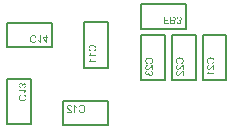
<source format=gbr>
%TF.GenerationSoftware,Altium Limited,Altium Designer,25.8.1 (18)*%
G04 Layer_Color=32896*
%FSLAX45Y45*%
%MOMM*%
%TF.SameCoordinates,031978D1-9D18-463A-8735-F8186BF7E524*%
%TF.FilePolarity,Positive*%
%TF.FileFunction,Other,Bottom_Assembly*%
%TF.Part,Single*%
G01*
G75*
%TA.AperFunction,NonConductor*%
%ADD74C,0.20000*%
G36*
X5592757Y7007201D02*
X5594329Y7007016D01*
X5595901Y7006739D01*
X5597380Y7006369D01*
X5598767Y7005907D01*
X5599969Y7005444D01*
X5601171Y7004890D01*
X5602188Y7004335D01*
X5603205Y7003873D01*
X5604037Y7003318D01*
X5604776Y7002856D01*
X5605331Y7002393D01*
X5605793Y7002024D01*
X5606163Y7001746D01*
X5606348Y7001561D01*
X5606441Y7001469D01*
X5607550Y7000359D01*
X5608475Y6999157D01*
X5609307Y6997956D01*
X5610046Y6996754D01*
X5610601Y6995644D01*
X5611156Y6994442D01*
X5611896Y6992223D01*
X5612080Y6991206D01*
X5612265Y6990282D01*
X5612450Y6989450D01*
X5612543Y6988710D01*
X5612635Y6988155D01*
Y6987693D01*
Y6987416D01*
Y6987323D01*
X5612543Y6985104D01*
X5612173Y6983070D01*
X5611618Y6981313D01*
X5611063Y6979834D01*
X5610509Y6978632D01*
X5609954Y6977708D01*
X5609584Y6977153D01*
X5609492Y6976968D01*
X5608197Y6975581D01*
X5606810Y6974379D01*
X5605331Y6973455D01*
X5603852Y6972715D01*
X5602558Y6972160D01*
X5601540Y6971790D01*
X5601171Y6971698D01*
X5600893Y6971606D01*
X5600708Y6971513D01*
X5600616D01*
X5602188Y6970681D01*
X5603482Y6969849D01*
X5604592Y6968924D01*
X5605516Y6968092D01*
X5606256Y6967353D01*
X5606810Y6966705D01*
X5607088Y6966336D01*
X5607180Y6966151D01*
X5607920Y6964856D01*
X5608475Y6963562D01*
X5608937Y6962268D01*
X5609214Y6961066D01*
X5609399Y6960049D01*
X5609492Y6959309D01*
Y6958754D01*
Y6958569D01*
X5609399Y6956998D01*
X5609122Y6955426D01*
X5608752Y6954039D01*
X5608290Y6952837D01*
X5607827Y6951820D01*
X5607458Y6950988D01*
X5607180Y6950526D01*
X5607088Y6950341D01*
X5606163Y6948954D01*
X5605054Y6947752D01*
X5603944Y6946735D01*
X5602835Y6945810D01*
X5601910Y6945163D01*
X5601078Y6944608D01*
X5600523Y6944331D01*
X5600431Y6944239D01*
X5600339D01*
X5598674Y6943499D01*
X5597010Y6942944D01*
X5595346Y6942482D01*
X5593867Y6942205D01*
X5592665Y6942020D01*
X5591648Y6941927D01*
X5589336D01*
X5588042Y6942112D01*
X5585546Y6942574D01*
X5583419Y6943314D01*
X5581570Y6944054D01*
X5580738Y6944516D01*
X5580091Y6944886D01*
X5579444Y6945256D01*
X5578981Y6945625D01*
X5578611Y6945903D01*
X5578334Y6946088D01*
X5578149Y6946180D01*
X5578057Y6946273D01*
X5576300Y6948029D01*
X5574913Y6949971D01*
X5573804Y6952005D01*
X5572879Y6954039D01*
X5572324Y6955796D01*
X5572047Y6956535D01*
X5571862Y6957182D01*
X5571770Y6957737D01*
X5571677Y6958107D01*
X5571585Y6958384D01*
Y6958477D01*
X5579444Y6959864D01*
X5579813Y6957830D01*
X5580368Y6956073D01*
X5581015Y6954594D01*
X5581662Y6953392D01*
X5582310Y6952467D01*
X5582864Y6951820D01*
X5583234Y6951358D01*
X5583327Y6951265D01*
X5584529Y6950341D01*
X5585823Y6949601D01*
X5587025Y6949139D01*
X5588227Y6948769D01*
X5589336Y6948584D01*
X5590168Y6948399D01*
X5590908D01*
X5592572Y6948492D01*
X5594052Y6948861D01*
X5595346Y6949324D01*
X5596455Y6949786D01*
X5597288Y6950341D01*
X5597935Y6950803D01*
X5598397Y6951173D01*
X5598489Y6951265D01*
X5599506Y6952375D01*
X5600246Y6953577D01*
X5600708Y6954779D01*
X5601078Y6955888D01*
X5601263Y6956905D01*
X5601448Y6957645D01*
Y6958199D01*
Y6958292D01*
Y6958384D01*
Y6959401D01*
X5601263Y6960326D01*
X5600801Y6961898D01*
X5600154Y6963285D01*
X5599414Y6964486D01*
X5598674Y6965319D01*
X5598027Y6965966D01*
X5597565Y6966336D01*
X5597472Y6966428D01*
X5597380D01*
X5595808Y6967260D01*
X5594329Y6967907D01*
X5592757Y6968370D01*
X5591370Y6968647D01*
X5590168Y6968832D01*
X5589151Y6969017D01*
X5587949D01*
X5587580Y6968924D01*
X5587117D01*
X5586193Y6975859D01*
X5587395Y6975581D01*
X5588504Y6975396D01*
X5589429Y6975211D01*
X5590261Y6975119D01*
X5590908Y6975026D01*
X5591740D01*
X5593682Y6975211D01*
X5595438Y6975581D01*
X5597010Y6976136D01*
X5598305Y6976783D01*
X5599322Y6977430D01*
X5600061Y6977985D01*
X5600523Y6978355D01*
X5600708Y6978540D01*
X5601910Y6979927D01*
X5602835Y6981406D01*
X5603482Y6982885D01*
X5603852Y6984364D01*
X5604129Y6985566D01*
X5604222Y6986583D01*
X5604314Y6986953D01*
Y6987231D01*
Y6987416D01*
Y6987508D01*
X5604129Y6989542D01*
X5603667Y6991391D01*
X5603112Y6992963D01*
X5602373Y6994350D01*
X5601633Y6995459D01*
X5601078Y6996291D01*
X5600616Y6996846D01*
X5600431Y6997031D01*
X5598952Y6998325D01*
X5597380Y6999250D01*
X5595808Y6999897D01*
X5594329Y7000359D01*
X5593035Y7000637D01*
X5592018Y7000729D01*
X5591648Y7000822D01*
X5591093D01*
X5589429Y7000729D01*
X5587857Y7000359D01*
X5586470Y6999897D01*
X5585361Y6999342D01*
X5584436Y6998880D01*
X5583696Y6998418D01*
X5583327Y6998048D01*
X5583142Y6997956D01*
X5582032Y6996661D01*
X5581108Y6995182D01*
X5580276Y6993610D01*
X5579628Y6991946D01*
X5579166Y6990559D01*
X5578981Y6989912D01*
X5578889Y6989357D01*
X5578796Y6988895D01*
X5578704Y6988525D01*
X5578611Y6988340D01*
Y6988248D01*
X5570753Y6989265D01*
X5570938Y6990744D01*
X5571215Y6992131D01*
X5572047Y6994720D01*
X5573064Y6996939D01*
X5573619Y6997863D01*
X5574174Y6998788D01*
X5574728Y6999620D01*
X5575283Y7000267D01*
X5575745Y7000914D01*
X5576208Y7001376D01*
X5576485Y7001746D01*
X5576762Y7002024D01*
X5576947Y7002209D01*
X5577040Y7002301D01*
X5578149Y7003133D01*
X5579259Y7003965D01*
X5580368Y7004612D01*
X5581570Y7005167D01*
X5583881Y7006092D01*
X5586100Y7006646D01*
X5587117Y7006831D01*
X5588042Y7007016D01*
X5588874Y7007109D01*
X5589614Y7007201D01*
X5590168Y7007294D01*
X5591001D01*
X5592757Y7007201D01*
D02*
G37*
G36*
X5540520Y7006092D02*
X5542461Y7005999D01*
X5544218Y7005814D01*
X5545697Y7005629D01*
X5546899Y7005444D01*
X5547824Y7005352D01*
X5548378Y7005167D01*
X5548563D01*
X5550135Y7004705D01*
X5551429Y7004243D01*
X5552631Y7003688D01*
X5553648Y7003133D01*
X5554480Y7002763D01*
X5555128Y7002393D01*
X5555497Y7002116D01*
X5555590Y7002024D01*
X5556607Y7001191D01*
X5557531Y7000174D01*
X5558271Y6999157D01*
X5559011Y6998233D01*
X5559565Y6997308D01*
X5559935Y6996661D01*
X5560213Y6996199D01*
X5560305Y6996014D01*
X5560952Y6994535D01*
X5561415Y6993055D01*
X5561784Y6991669D01*
X5561969Y6990374D01*
X5562154Y6989265D01*
X5562247Y6988340D01*
Y6987785D01*
Y6987693D01*
Y6987600D01*
X5562154Y6985566D01*
X5561784Y6983717D01*
X5561230Y6982146D01*
X5560675Y6980666D01*
X5560120Y6979557D01*
X5559565Y6978725D01*
X5559196Y6978170D01*
X5559103Y6977985D01*
X5557809Y6976506D01*
X5556422Y6975304D01*
X5554850Y6974287D01*
X5553463Y6973455D01*
X5552169Y6972807D01*
X5551060Y6972438D01*
X5550690Y6972253D01*
X5550412Y6972160D01*
X5550227Y6972068D01*
X5550135D01*
X5551707Y6971143D01*
X5553094Y6970219D01*
X5554203Y6969202D01*
X5555128Y6968277D01*
X5555867Y6967538D01*
X5556422Y6966798D01*
X5556699Y6966428D01*
X5556792Y6966243D01*
X5557531Y6964856D01*
X5558086Y6963562D01*
X5558548Y6962268D01*
X5558826Y6961066D01*
X5559011Y6960049D01*
X5559103Y6959216D01*
Y6958754D01*
Y6958569D01*
X5559011Y6956998D01*
X5558733Y6955426D01*
X5558271Y6954039D01*
X5557809Y6952745D01*
X5557347Y6951635D01*
X5556884Y6950895D01*
X5556607Y6950341D01*
X5556514Y6950156D01*
X5555497Y6948769D01*
X5554388Y6947475D01*
X5553186Y6946458D01*
X5552077Y6945625D01*
X5551152Y6944978D01*
X5550320Y6944516D01*
X5549765Y6944239D01*
X5549673Y6944146D01*
X5549580D01*
X5547824Y6943499D01*
X5545882Y6943037D01*
X5543940Y6942667D01*
X5542091Y6942482D01*
X5540427Y6942297D01*
X5539687D01*
X5539040Y6942205D01*
X5513892D01*
Y7006184D01*
X5538301D01*
X5540520Y7006092D01*
D02*
G37*
G36*
X5468496Y6977153D02*
X5498545D01*
Y6969572D01*
X5468496D01*
Y6949786D01*
X5503260D01*
Y6942205D01*
X5459990D01*
Y7006184D01*
X5468496D01*
Y6977153D01*
D02*
G37*
G36*
X5339814Y6660094D02*
X5343050Y6659724D01*
X5345916Y6659262D01*
X5347303Y6658892D01*
X5348505Y6658614D01*
X5349615Y6658337D01*
X5350632Y6657967D01*
X5351556Y6657690D01*
X5352296Y6657505D01*
X5352851Y6657227D01*
X5353313Y6657135D01*
X5353590Y6656950D01*
X5353683D01*
X5356456Y6655563D01*
X5358953Y6653992D01*
X5361079Y6652327D01*
X5361911Y6651495D01*
X5362743Y6650756D01*
X5363483Y6650016D01*
X5364130Y6649276D01*
X5364685Y6648629D01*
X5365055Y6648074D01*
X5365425Y6647705D01*
X5365702Y6647335D01*
X5365794Y6647150D01*
X5365887Y6647057D01*
X5366627Y6645763D01*
X5367274Y6644469D01*
X5368291Y6641695D01*
X5369030Y6638921D01*
X5369493Y6636240D01*
X5369678Y6634946D01*
X5369863Y6633836D01*
X5369955Y6632819D01*
Y6631987D01*
X5370047Y6631247D01*
Y6630230D01*
X5369955Y6628381D01*
X5369770Y6626625D01*
X5369585Y6624960D01*
X5369215Y6623389D01*
X5368753Y6621909D01*
X5368291Y6620522D01*
X5367828Y6619228D01*
X5367274Y6618026D01*
X5366811Y6617009D01*
X5366349Y6615992D01*
X5365887Y6615252D01*
X5365425Y6614513D01*
X5365055Y6614051D01*
X5364870Y6613588D01*
X5364685Y6613403D01*
X5364593Y6613311D01*
X5363483Y6612016D01*
X5362374Y6610907D01*
X5361079Y6609890D01*
X5359785Y6608873D01*
X5357196Y6607209D01*
X5354607Y6605914D01*
X5353405Y6605360D01*
X5352296Y6604897D01*
X5351279Y6604528D01*
X5350447Y6604250D01*
X5349707Y6603973D01*
X5349152Y6603788D01*
X5348783Y6603695D01*
X5348690D01*
X5346564Y6612201D01*
X5348043Y6612571D01*
X5349430Y6613034D01*
X5350724Y6613496D01*
X5351926Y6613958D01*
X5353036Y6614513D01*
X5353960Y6615068D01*
X5354885Y6615715D01*
X5355717Y6616269D01*
X5356456Y6616732D01*
X5357011Y6617286D01*
X5357566Y6617749D01*
X5358028Y6618119D01*
X5358306Y6618488D01*
X5358583Y6618766D01*
X5358675Y6618858D01*
X5358768Y6618951D01*
X5359507Y6619875D01*
X5360062Y6620892D01*
X5361079Y6622926D01*
X5361819Y6624868D01*
X5362281Y6626809D01*
X5362651Y6628474D01*
X5362743Y6629121D01*
Y6629768D01*
X5362836Y6630323D01*
Y6630970D01*
X5362743Y6633096D01*
X5362374Y6635130D01*
X5361911Y6636980D01*
X5361357Y6638644D01*
X5360802Y6639938D01*
X5360524Y6640493D01*
X5360340Y6640955D01*
X5360155Y6641325D01*
X5359970Y6641602D01*
X5359877Y6641787D01*
Y6641880D01*
X5358583Y6643636D01*
X5357196Y6645116D01*
X5355624Y6646410D01*
X5354145Y6647427D01*
X5352851Y6648259D01*
X5351741Y6648814D01*
X5351279Y6648999D01*
X5351001Y6649184D01*
X5350817Y6649276D01*
X5350724D01*
X5348320Y6650016D01*
X5345916Y6650571D01*
X5343513Y6651033D01*
X5341294Y6651310D01*
X5340277Y6651403D01*
X5339352Y6651495D01*
X5338520D01*
X5337873Y6651588D01*
X5337318D01*
X5336856D01*
X5336578D01*
X5336486D01*
X5334082Y6651495D01*
X5331863Y6651310D01*
X5329829Y6650940D01*
X5327980Y6650571D01*
X5326408Y6650293D01*
X5325761Y6650108D01*
X5325206Y6649923D01*
X5324744Y6649831D01*
X5324467Y6649739D01*
X5324282Y6649646D01*
X5324189D01*
X5322063Y6648722D01*
X5320121Y6647705D01*
X5318549Y6646595D01*
X5317163Y6645393D01*
X5316053Y6644376D01*
X5315313Y6643544D01*
X5314851Y6642897D01*
X5314666Y6642804D01*
Y6642712D01*
X5313464Y6640770D01*
X5312540Y6638644D01*
X5311893Y6636610D01*
X5311523Y6634668D01*
X5311245Y6632912D01*
X5311153Y6632172D01*
Y6631525D01*
X5311060Y6631062D01*
Y6630323D01*
X5311153Y6628011D01*
X5311523Y6625885D01*
X5312078Y6624128D01*
X5312632Y6622556D01*
X5313279Y6621355D01*
X5313742Y6620430D01*
X5314112Y6619875D01*
X5314296Y6619690D01*
X5315683Y6618211D01*
X5317255Y6616824D01*
X5318919Y6615715D01*
X5320583Y6614790D01*
X5322063Y6614051D01*
X5322802Y6613773D01*
X5323357Y6613588D01*
X5323819Y6613403D01*
X5324189Y6613218D01*
X5324374Y6613126D01*
X5324467D01*
X5322525Y6604805D01*
X5320861Y6605360D01*
X5319382Y6605914D01*
X5317995Y6606654D01*
X5316608Y6607301D01*
X5315406Y6608041D01*
X5314296Y6608873D01*
X5313187Y6609613D01*
X5312262Y6610352D01*
X5311523Y6611092D01*
X5310783Y6611739D01*
X5310136Y6612386D01*
X5309674Y6612849D01*
X5309211Y6613311D01*
X5308934Y6613681D01*
X5308842Y6613866D01*
X5308749Y6613958D01*
X5307917Y6615252D01*
X5307085Y6616547D01*
X5306438Y6617841D01*
X5305883Y6619228D01*
X5305051Y6622002D01*
X5304496Y6624498D01*
X5304219Y6625700D01*
X5304126Y6626717D01*
X5304034Y6627734D01*
X5303941Y6628566D01*
X5303849Y6629213D01*
Y6630138D01*
X5304034Y6633189D01*
X5304496Y6636148D01*
X5305051Y6638736D01*
X5305421Y6639938D01*
X5305791Y6641048D01*
X5306160Y6642065D01*
X5306530Y6642989D01*
X5306808Y6643729D01*
X5307085Y6644469D01*
X5307362Y6644931D01*
X5307547Y6645301D01*
X5307640Y6645578D01*
X5307732Y6645670D01*
X5309304Y6648167D01*
X5311153Y6650293D01*
X5313002Y6652142D01*
X5314851Y6653714D01*
X5316515Y6654916D01*
X5317255Y6655378D01*
X5317902Y6655748D01*
X5318365Y6656118D01*
X5318734Y6656303D01*
X5319012Y6656395D01*
X5319104Y6656488D01*
X5321970Y6657782D01*
X5324929Y6658707D01*
X5327887Y6659354D01*
X5330569Y6659816D01*
X5331771Y6660001D01*
X5332973Y6660094D01*
X5333897Y6660186D01*
X5334822D01*
X5335469Y6660279D01*
X5336024D01*
X5336393D01*
X5336486D01*
X5339814Y6660094D01*
D02*
G37*
G36*
X5368938Y6555156D02*
X5361357D01*
Y6586684D01*
X5359785Y6585574D01*
X5359138Y6585019D01*
X5358490Y6584557D01*
X5357936Y6584095D01*
X5357566Y6583725D01*
X5357288Y6583448D01*
X5357196Y6583355D01*
X5356734Y6582893D01*
X5356271Y6582338D01*
X5355070Y6581044D01*
X5353683Y6579564D01*
X5352296Y6577993D01*
X5351094Y6576513D01*
X5350539Y6575866D01*
X5349984Y6575311D01*
X5349615Y6574849D01*
X5349337Y6574479D01*
X5349152Y6574294D01*
X5349060Y6574202D01*
X5347766Y6572723D01*
X5346564Y6571243D01*
X5345362Y6569949D01*
X5344345Y6568747D01*
X5343328Y6567638D01*
X5342403Y6566713D01*
X5341571Y6565788D01*
X5340831Y6565049D01*
X5340092Y6564309D01*
X5339537Y6563754D01*
X5339075Y6563292D01*
X5338612Y6562830D01*
X5338058Y6562368D01*
X5337873Y6562183D01*
X5336301Y6560888D01*
X5334914Y6559779D01*
X5333527Y6558854D01*
X5332418Y6558115D01*
X5331401Y6557560D01*
X5330661Y6557190D01*
X5330199Y6557005D01*
X5330014Y6556913D01*
X5328627Y6556358D01*
X5327240Y6555988D01*
X5325946Y6555618D01*
X5324836Y6555433D01*
X5323819Y6555341D01*
X5323080Y6555249D01*
X5322617D01*
X5322433D01*
X5321046Y6555341D01*
X5319751Y6555526D01*
X5318457Y6555711D01*
X5317348Y6556081D01*
X5315129Y6557005D01*
X5313372Y6557930D01*
X5312540Y6558484D01*
X5311893Y6558947D01*
X5311245Y6559409D01*
X5310783Y6559871D01*
X5310413Y6560241D01*
X5310043Y6560426D01*
X5309951Y6560611D01*
X5309859Y6560703D01*
X5308934Y6561720D01*
X5308102Y6562830D01*
X5307455Y6564032D01*
X5306900Y6565234D01*
X5305975Y6567638D01*
X5305328Y6570041D01*
X5305143Y6571058D01*
X5304958Y6572076D01*
X5304866Y6573000D01*
X5304773Y6573740D01*
X5304681Y6574387D01*
Y6575311D01*
X5304773Y6576976D01*
X5304866Y6578547D01*
X5305143Y6580027D01*
X5305421Y6581414D01*
X5305791Y6582708D01*
X5306160Y6583910D01*
X5306623Y6585019D01*
X5307085Y6586036D01*
X5307547Y6586961D01*
X5308009Y6587701D01*
X5308379Y6588348D01*
X5308749Y6588902D01*
X5309026Y6589365D01*
X5309304Y6589642D01*
X5309396Y6589827D01*
X5309489Y6589920D01*
X5310413Y6590844D01*
X5311430Y6591676D01*
X5312540Y6592508D01*
X5313649Y6593155D01*
X5315868Y6594265D01*
X5318087Y6595005D01*
X5319104Y6595282D01*
X5320121Y6595559D01*
X5320953Y6595744D01*
X5321693Y6595929D01*
X5322340Y6596022D01*
X5322802D01*
X5323080Y6596114D01*
X5323172D01*
X5324004Y6588070D01*
X5321878Y6587885D01*
X5320029Y6587516D01*
X5318365Y6586961D01*
X5317070Y6586314D01*
X5315961Y6585759D01*
X5315221Y6585204D01*
X5314759Y6584834D01*
X5314574Y6584650D01*
X5313464Y6583263D01*
X5312632Y6581783D01*
X5311985Y6580212D01*
X5311615Y6578825D01*
X5311338Y6577530D01*
X5311245Y6576421D01*
X5311153Y6576051D01*
Y6575496D01*
X5311245Y6573555D01*
X5311615Y6571798D01*
X5312170Y6570319D01*
X5312725Y6569024D01*
X5313372Y6568007D01*
X5313834Y6567360D01*
X5314204Y6566898D01*
X5314389Y6566713D01*
X5315683Y6565604D01*
X5316978Y6564771D01*
X5318272Y6564124D01*
X5319566Y6563754D01*
X5320583Y6563477D01*
X5321508Y6563385D01*
X5322063Y6563292D01*
X5322155D01*
X5322248D01*
X5323912Y6563477D01*
X5325669Y6563847D01*
X5327240Y6564494D01*
X5328720Y6565141D01*
X5329922Y6565881D01*
X5330939Y6566528D01*
X5331308Y6566713D01*
X5331586Y6566898D01*
X5331678Y6567083D01*
X5331771D01*
X5332788Y6567823D01*
X5333805Y6568747D01*
X5334914Y6569764D01*
X5336024Y6570874D01*
X5338243Y6573185D01*
X5340462Y6575496D01*
X5341479Y6576698D01*
X5342403Y6577715D01*
X5343235Y6578732D01*
X5343975Y6579564D01*
X5344530Y6580212D01*
X5344992Y6580766D01*
X5345269Y6581136D01*
X5345362Y6581229D01*
X5347303Y6583540D01*
X5349152Y6585667D01*
X5350817Y6587423D01*
X5352203Y6588810D01*
X5353405Y6590012D01*
X5354237Y6590844D01*
X5354792Y6591306D01*
X5354885Y6591491D01*
X5354977D01*
X5356549Y6592786D01*
X5358028Y6593803D01*
X5359507Y6594727D01*
X5360802Y6595467D01*
X5361911Y6596022D01*
X5362743Y6596391D01*
X5363298Y6596576D01*
X5363391Y6596669D01*
X5363483D01*
X5364500Y6597039D01*
X5365425Y6597224D01*
X5366349Y6597408D01*
X5367181Y6597501D01*
X5367921Y6597593D01*
X5368476D01*
X5368845D01*
X5368938D01*
Y6555156D01*
D02*
G37*
G36*
X5353498Y6546465D02*
X5354885Y6546188D01*
X5357473Y6545356D01*
X5359692Y6544339D01*
X5360617Y6543784D01*
X5361541Y6543229D01*
X5362374Y6542674D01*
X5363021Y6542120D01*
X5363668Y6541657D01*
X5364130Y6541195D01*
X5364500Y6540918D01*
X5364777Y6540640D01*
X5364962Y6540456D01*
X5365055Y6540363D01*
X5365887Y6539254D01*
X5366719Y6538144D01*
X5367366Y6537035D01*
X5367921Y6535833D01*
X5368845Y6533521D01*
X5369400Y6531302D01*
X5369585Y6530285D01*
X5369770Y6529361D01*
X5369863Y6528529D01*
X5369955Y6527789D01*
X5370047Y6527234D01*
Y6526402D01*
X5369955Y6524646D01*
X5369770Y6523074D01*
X5369493Y6521502D01*
X5369123Y6520023D01*
X5368661Y6518636D01*
X5368198Y6517434D01*
X5367644Y6516232D01*
X5367089Y6515215D01*
X5366627Y6514198D01*
X5366072Y6513366D01*
X5365610Y6512626D01*
X5365147Y6512072D01*
X5364777Y6511609D01*
X5364500Y6511239D01*
X5364315Y6511055D01*
X5364223Y6510962D01*
X5363113Y6509853D01*
X5361911Y6508928D01*
X5360709Y6508096D01*
X5359507Y6507356D01*
X5358398Y6506802D01*
X5357196Y6506247D01*
X5354977Y6505507D01*
X5353960Y6505322D01*
X5353036Y6505137D01*
X5352203Y6504952D01*
X5351464Y6504860D01*
X5350909Y6504768D01*
X5350447D01*
X5350169D01*
X5350077D01*
X5347858Y6504860D01*
X5345824Y6505230D01*
X5344067Y6505785D01*
X5342588Y6506339D01*
X5341386Y6506894D01*
X5340462Y6507449D01*
X5339907Y6507819D01*
X5339722Y6507911D01*
X5338335Y6509205D01*
X5337133Y6510592D01*
X5336209Y6512072D01*
X5335469Y6513551D01*
X5334914Y6514845D01*
X5334544Y6515862D01*
X5334452Y6516232D01*
X5334359Y6516509D01*
X5334267Y6516694D01*
Y6516787D01*
X5333435Y6515215D01*
X5332603Y6513921D01*
X5331678Y6512811D01*
X5330846Y6511887D01*
X5330106Y6511147D01*
X5329459Y6510592D01*
X5329089Y6510315D01*
X5328905Y6510222D01*
X5327610Y6509483D01*
X5326316Y6508928D01*
X5325021Y6508466D01*
X5323819Y6508188D01*
X5322802Y6508003D01*
X5322063Y6507911D01*
X5321508D01*
X5321323D01*
X5319751Y6508003D01*
X5318180Y6508281D01*
X5316793Y6508651D01*
X5315591Y6509113D01*
X5314574Y6509575D01*
X5313742Y6509945D01*
X5313279Y6510222D01*
X5313095Y6510315D01*
X5311708Y6511239D01*
X5310506Y6512349D01*
X5309489Y6513458D01*
X5308564Y6514568D01*
X5307917Y6515492D01*
X5307362Y6516325D01*
X5307085Y6516879D01*
X5306992Y6516972D01*
Y6517064D01*
X5306253Y6518728D01*
X5305698Y6520393D01*
X5305236Y6522057D01*
X5304958Y6523536D01*
X5304773Y6524738D01*
X5304681Y6525755D01*
Y6528066D01*
X5304866Y6529361D01*
X5305328Y6531857D01*
X5306068Y6533984D01*
X5306808Y6535833D01*
X5307270Y6536665D01*
X5307640Y6537312D01*
X5308009Y6537959D01*
X5308379Y6538422D01*
X5308657Y6538791D01*
X5308842Y6539069D01*
X5308934Y6539254D01*
X5309026Y6539346D01*
X5310783Y6541103D01*
X5312725Y6542490D01*
X5314759Y6543599D01*
X5316793Y6544524D01*
X5318549Y6545078D01*
X5319289Y6545356D01*
X5319936Y6545541D01*
X5320491Y6545633D01*
X5320861Y6545726D01*
X5321138Y6545818D01*
X5321231D01*
X5322617Y6537959D01*
X5320583Y6537589D01*
X5318827Y6537035D01*
X5317348Y6536387D01*
X5316146Y6535740D01*
X5315221Y6535093D01*
X5314574Y6534538D01*
X5314112Y6534169D01*
X5314019Y6534076D01*
X5313095Y6532874D01*
X5312355Y6531580D01*
X5311893Y6530378D01*
X5311523Y6529176D01*
X5311338Y6528066D01*
X5311153Y6527234D01*
Y6526495D01*
X5311245Y6524830D01*
X5311615Y6523351D01*
X5312078Y6522057D01*
X5312540Y6520947D01*
X5313095Y6520115D01*
X5313557Y6519468D01*
X5313927Y6519006D01*
X5314019Y6518913D01*
X5315129Y6517896D01*
X5316330Y6517157D01*
X5317532Y6516694D01*
X5318642Y6516325D01*
X5319659Y6516140D01*
X5320399Y6515955D01*
X5320953D01*
X5321046D01*
X5321138D01*
X5322155D01*
X5323080Y6516140D01*
X5324652Y6516602D01*
X5326038Y6517249D01*
X5327240Y6517989D01*
X5328072Y6518728D01*
X5328720Y6519376D01*
X5329089Y6519838D01*
X5329182Y6519930D01*
Y6520023D01*
X5330014Y6521595D01*
X5330661Y6523074D01*
X5331123Y6524646D01*
X5331401Y6526032D01*
X5331586Y6527234D01*
X5331771Y6528251D01*
Y6529453D01*
X5331678Y6529823D01*
Y6530285D01*
X5338612Y6531210D01*
X5338335Y6530008D01*
X5338150Y6528899D01*
X5337965Y6527974D01*
X5337873Y6527142D01*
X5337780Y6526495D01*
Y6525663D01*
X5337965Y6523721D01*
X5338335Y6521964D01*
X5338890Y6520393D01*
X5339537Y6519098D01*
X5340184Y6518081D01*
X5340739Y6517342D01*
X5341109Y6516879D01*
X5341294Y6516694D01*
X5342680Y6515492D01*
X5344160Y6514568D01*
X5345639Y6513921D01*
X5347118Y6513551D01*
X5348320Y6513273D01*
X5349337Y6513181D01*
X5349707Y6513089D01*
X5349984D01*
X5350169D01*
X5350262D01*
X5352296Y6513273D01*
X5354145Y6513736D01*
X5355717Y6514291D01*
X5357104Y6515030D01*
X5358213Y6515770D01*
X5359045Y6516325D01*
X5359600Y6516787D01*
X5359785Y6516972D01*
X5361079Y6518451D01*
X5362004Y6520023D01*
X5362651Y6521595D01*
X5363113Y6523074D01*
X5363391Y6524368D01*
X5363483Y6525385D01*
X5363576Y6525755D01*
Y6526310D01*
X5363483Y6527974D01*
X5363113Y6529546D01*
X5362651Y6530933D01*
X5362096Y6532042D01*
X5361634Y6532967D01*
X5361172Y6533706D01*
X5360802Y6534076D01*
X5360709Y6534261D01*
X5359415Y6535370D01*
X5357936Y6536295D01*
X5356364Y6537127D01*
X5354700Y6537774D01*
X5353313Y6538237D01*
X5352666Y6538422D01*
X5352111Y6538514D01*
X5351649Y6538606D01*
X5351279Y6538699D01*
X5351094Y6538791D01*
X5351001D01*
X5352019Y6546650D01*
X5353498Y6546465D01*
D02*
G37*
G36*
X5859815Y6660092D02*
X5863051Y6659722D01*
X5865917Y6659260D01*
X5867304Y6658890D01*
X5868506Y6658613D01*
X5869615Y6658335D01*
X5870632Y6657965D01*
X5871557Y6657688D01*
X5872297Y6657503D01*
X5872851Y6657226D01*
X5873314Y6657133D01*
X5873591Y6656948D01*
X5873683D01*
X5876457Y6655561D01*
X5878953Y6653990D01*
X5881080Y6652326D01*
X5881912Y6651493D01*
X5882744Y6650754D01*
X5883484Y6650014D01*
X5884131Y6649274D01*
X5884686Y6648627D01*
X5885056Y6648073D01*
X5885425Y6647703D01*
X5885703Y6647333D01*
X5885795Y6647148D01*
X5885888Y6647056D01*
X5886627Y6645761D01*
X5887274Y6644467D01*
X5888292Y6641693D01*
X5889031Y6638919D01*
X5889493Y6636238D01*
X5889678Y6634944D01*
X5889863Y6633834D01*
X5889956Y6632817D01*
Y6631985D01*
X5890048Y6631246D01*
Y6630229D01*
X5889956Y6628379D01*
X5889771Y6626623D01*
X5889586Y6624959D01*
X5889216Y6623387D01*
X5888754Y6621908D01*
X5888292Y6620521D01*
X5887829Y6619226D01*
X5887274Y6618024D01*
X5886812Y6617007D01*
X5886350Y6615990D01*
X5885888Y6615251D01*
X5885425Y6614511D01*
X5885056Y6614049D01*
X5884871Y6613586D01*
X5884686Y6613402D01*
X5884593Y6613309D01*
X5883484Y6612015D01*
X5882374Y6610905D01*
X5881080Y6609888D01*
X5879786Y6608871D01*
X5877197Y6607207D01*
X5874608Y6605913D01*
X5873406Y6605358D01*
X5872297Y6604896D01*
X5871280Y6604526D01*
X5870447Y6604248D01*
X5869708Y6603971D01*
X5869153Y6603786D01*
X5868783Y6603694D01*
X5868691D01*
X5866564Y6612200D01*
X5868044Y6612569D01*
X5869430Y6613032D01*
X5870725Y6613494D01*
X5871927Y6613956D01*
X5873036Y6614511D01*
X5873961Y6615066D01*
X5874885Y6615713D01*
X5875717Y6616268D01*
X5876457Y6616730D01*
X5877012Y6617285D01*
X5877567Y6617747D01*
X5878029Y6618117D01*
X5878306Y6618487D01*
X5878584Y6618764D01*
X5878676Y6618856D01*
X5878769Y6618949D01*
X5879508Y6619873D01*
X5880063Y6620890D01*
X5881080Y6622925D01*
X5881820Y6624866D01*
X5882282Y6626808D01*
X5882652Y6628472D01*
X5882744Y6629119D01*
Y6629766D01*
X5882837Y6630321D01*
Y6630968D01*
X5882744Y6633095D01*
X5882374Y6635129D01*
X5881912Y6636978D01*
X5881357Y6638642D01*
X5880803Y6639936D01*
X5880525Y6640491D01*
X5880340Y6640953D01*
X5880155Y6641323D01*
X5879970Y6641601D01*
X5879878Y6641786D01*
Y6641878D01*
X5878584Y6643635D01*
X5877197Y6645114D01*
X5875625Y6646408D01*
X5874146Y6647425D01*
X5872851Y6648257D01*
X5871742Y6648812D01*
X5871280Y6648997D01*
X5871002Y6649182D01*
X5870817Y6649274D01*
X5870725D01*
X5868321Y6650014D01*
X5865917Y6650569D01*
X5863513Y6651031D01*
X5861294Y6651309D01*
X5860277Y6651401D01*
X5859353Y6651493D01*
X5858521D01*
X5857873Y6651586D01*
X5857319D01*
X5856856D01*
X5856579D01*
X5856487D01*
X5854083Y6651493D01*
X5851864Y6651309D01*
X5849830Y6650939D01*
X5847981Y6650569D01*
X5846409Y6650292D01*
X5845762Y6650107D01*
X5845207Y6649922D01*
X5844745Y6649829D01*
X5844467Y6649737D01*
X5844282Y6649644D01*
X5844190D01*
X5842063Y6648720D01*
X5840122Y6647703D01*
X5838550Y6646593D01*
X5837163Y6645391D01*
X5836054Y6644374D01*
X5835314Y6643542D01*
X5834852Y6642895D01*
X5834667Y6642803D01*
Y6642710D01*
X5833465Y6640769D01*
X5832541Y6638642D01*
X5831893Y6636608D01*
X5831524Y6634666D01*
X5831246Y6632910D01*
X5831154Y6632170D01*
Y6631523D01*
X5831061Y6631061D01*
Y6630321D01*
X5831154Y6628010D01*
X5831524Y6625883D01*
X5832078Y6624126D01*
X5832633Y6622555D01*
X5833280Y6621353D01*
X5833742Y6620428D01*
X5834112Y6619873D01*
X5834297Y6619689D01*
X5835684Y6618209D01*
X5837256Y6616822D01*
X5838920Y6615713D01*
X5840584Y6614788D01*
X5842063Y6614049D01*
X5842803Y6613771D01*
X5843358Y6613586D01*
X5843820Y6613402D01*
X5844190Y6613217D01*
X5844375Y6613124D01*
X5844467D01*
X5842526Y6604803D01*
X5840862Y6605358D01*
X5839382Y6605913D01*
X5837995Y6606652D01*
X5836609Y6607299D01*
X5835407Y6608039D01*
X5834297Y6608871D01*
X5833188Y6609611D01*
X5832263Y6610351D01*
X5831524Y6611090D01*
X5830784Y6611737D01*
X5830137Y6612385D01*
X5829674Y6612847D01*
X5829212Y6613309D01*
X5828935Y6613679D01*
X5828842Y6613864D01*
X5828750Y6613956D01*
X5827918Y6615251D01*
X5827086Y6616545D01*
X5826438Y6617839D01*
X5825884Y6619226D01*
X5825052Y6622000D01*
X5824497Y6624496D01*
X5824219Y6625698D01*
X5824127Y6626715D01*
X5824035Y6627732D01*
X5823942Y6628564D01*
X5823850Y6629212D01*
Y6630136D01*
X5824035Y6633187D01*
X5824497Y6636146D01*
X5825052Y6638734D01*
X5825421Y6639936D01*
X5825791Y6641046D01*
X5826161Y6642063D01*
X5826531Y6642987D01*
X5826808Y6643727D01*
X5827086Y6644467D01*
X5827363Y6644929D01*
X5827548Y6645299D01*
X5827640Y6645576D01*
X5827733Y6645669D01*
X5829305Y6648165D01*
X5831154Y6650292D01*
X5833003Y6652141D01*
X5834852Y6653712D01*
X5836516Y6654914D01*
X5837256Y6655377D01*
X5837903Y6655746D01*
X5838365Y6656116D01*
X5838735Y6656301D01*
X5839012Y6656394D01*
X5839105Y6656486D01*
X5841971Y6657780D01*
X5844930Y6658705D01*
X5847888Y6659352D01*
X5850569Y6659814D01*
X5851771Y6659999D01*
X5852973Y6660092D01*
X5853898Y6660184D01*
X5854822D01*
X5855470Y6660277D01*
X5856024D01*
X5856394D01*
X5856487D01*
X5859815Y6660092D01*
D02*
G37*
G36*
X5888939Y6555154D02*
X5881357D01*
Y6586682D01*
X5879786Y6585572D01*
X5879138Y6585018D01*
X5878491Y6584555D01*
X5877936Y6584093D01*
X5877567Y6583723D01*
X5877289Y6583446D01*
X5877197Y6583353D01*
X5876734Y6582891D01*
X5876272Y6582336D01*
X5875070Y6581042D01*
X5873683Y6579563D01*
X5872297Y6577991D01*
X5871095Y6576512D01*
X5870540Y6575864D01*
X5869985Y6575310D01*
X5869615Y6574847D01*
X5869338Y6574478D01*
X5869153Y6574293D01*
X5869061Y6574200D01*
X5867766Y6572721D01*
X5866564Y6571242D01*
X5865362Y6569947D01*
X5864345Y6568745D01*
X5863328Y6567636D01*
X5862404Y6566711D01*
X5861572Y6565787D01*
X5860832Y6565047D01*
X5860092Y6564307D01*
X5859538Y6563753D01*
X5859075Y6563290D01*
X5858613Y6562828D01*
X5858058Y6562366D01*
X5857873Y6562181D01*
X5856302Y6560887D01*
X5854915Y6559777D01*
X5853528Y6558853D01*
X5852419Y6558113D01*
X5851402Y6557558D01*
X5850662Y6557188D01*
X5850200Y6557003D01*
X5850015Y6556911D01*
X5848628Y6556356D01*
X5847241Y6555986D01*
X5845947Y6555617D01*
X5844837Y6555432D01*
X5843820Y6555339D01*
X5843081Y6555247D01*
X5842618D01*
X5842433D01*
X5841046Y6555339D01*
X5839752Y6555524D01*
X5838458Y6555709D01*
X5837348Y6556079D01*
X5835129Y6557003D01*
X5833373Y6557928D01*
X5832541Y6558483D01*
X5831893Y6558945D01*
X5831246Y6559407D01*
X5830784Y6559870D01*
X5830414Y6560239D01*
X5830044Y6560424D01*
X5829952Y6560609D01*
X5829859Y6560702D01*
X5828935Y6561719D01*
X5828103Y6562828D01*
X5827455Y6564030D01*
X5826901Y6565232D01*
X5825976Y6567636D01*
X5825329Y6570040D01*
X5825144Y6571057D01*
X5824959Y6572074D01*
X5824867Y6572998D01*
X5824774Y6573738D01*
X5824682Y6574385D01*
Y6575310D01*
X5824774Y6576974D01*
X5824867Y6578546D01*
X5825144Y6580025D01*
X5825421Y6581412D01*
X5825791Y6582706D01*
X5826161Y6583908D01*
X5826623Y6585018D01*
X5827086Y6586035D01*
X5827548Y6586959D01*
X5828010Y6587699D01*
X5828380Y6588346D01*
X5828750Y6588901D01*
X5829027Y6589363D01*
X5829305Y6589640D01*
X5829397Y6589825D01*
X5829489Y6589918D01*
X5830414Y6590842D01*
X5831431Y6591674D01*
X5832541Y6592507D01*
X5833650Y6593154D01*
X5835869Y6594263D01*
X5838088Y6595003D01*
X5839105Y6595280D01*
X5840122Y6595558D01*
X5840954Y6595742D01*
X5841694Y6595927D01*
X5842341Y6596020D01*
X5842803D01*
X5843081Y6596112D01*
X5843173D01*
X5844005Y6588069D01*
X5841879Y6587884D01*
X5840029Y6587514D01*
X5838365Y6586959D01*
X5837071Y6586312D01*
X5835961Y6585757D01*
X5835222Y6585202D01*
X5834759Y6584833D01*
X5834575Y6584648D01*
X5833465Y6583261D01*
X5832633Y6581782D01*
X5831986Y6580210D01*
X5831616Y6578823D01*
X5831339Y6577529D01*
X5831246Y6576419D01*
X5831154Y6576049D01*
Y6575495D01*
X5831246Y6573553D01*
X5831616Y6571796D01*
X5832171Y6570317D01*
X5832725Y6569023D01*
X5833373Y6568006D01*
X5833835Y6567358D01*
X5834205Y6566896D01*
X5834390Y6566711D01*
X5835684Y6565602D01*
X5836978Y6564770D01*
X5838273Y6564123D01*
X5839567Y6563753D01*
X5840584Y6563475D01*
X5841509Y6563383D01*
X5842063Y6563290D01*
X5842156D01*
X5842248D01*
X5843913Y6563475D01*
X5845669Y6563845D01*
X5847241Y6564492D01*
X5848720Y6565140D01*
X5849922Y6565879D01*
X5850939Y6566526D01*
X5851309Y6566711D01*
X5851586Y6566896D01*
X5851679Y6567081D01*
X5851771D01*
X5852788Y6567821D01*
X5853805Y6568745D01*
X5854915Y6569762D01*
X5856024Y6570872D01*
X5858243Y6573183D01*
X5860462Y6575495D01*
X5861479Y6576697D01*
X5862404Y6577714D01*
X5863236Y6578731D01*
X5863976Y6579563D01*
X5864530Y6580210D01*
X5864993Y6580765D01*
X5865270Y6581134D01*
X5865362Y6581227D01*
X5867304Y6583538D01*
X5869153Y6585665D01*
X5870817Y6587421D01*
X5872204Y6588808D01*
X5873406Y6590010D01*
X5874238Y6590842D01*
X5874793Y6591305D01*
X5874885Y6591489D01*
X5874978D01*
X5876550Y6592784D01*
X5878029Y6593801D01*
X5879508Y6594725D01*
X5880803Y6595465D01*
X5881912Y6596020D01*
X5882744Y6596390D01*
X5883299Y6596575D01*
X5883391Y6596667D01*
X5883484D01*
X5884501Y6597037D01*
X5885425Y6597222D01*
X5886350Y6597407D01*
X5887182Y6597499D01*
X5887922Y6597592D01*
X5888476D01*
X5888846D01*
X5888939D01*
Y6555154D01*
D02*
G37*
G36*
X5847796Y6539344D02*
X5847149Y6537957D01*
X5846501Y6536571D01*
X5845854Y6535276D01*
X5845299Y6534167D01*
X5844837Y6533242D01*
X5844467Y6532687D01*
X5844375Y6532595D01*
Y6532503D01*
X5843358Y6530838D01*
X5842341Y6529359D01*
X5841416Y6528065D01*
X5840584Y6527048D01*
X5839937Y6526123D01*
X5839382Y6525568D01*
X5839012Y6525106D01*
X5838920Y6525014D01*
X5888939D01*
Y6517155D01*
X5824682D01*
Y6522240D01*
X5826254Y6523165D01*
X5827733Y6524182D01*
X5829212Y6525383D01*
X5830506Y6526493D01*
X5831616Y6527602D01*
X5832541Y6528434D01*
X5832818Y6528804D01*
X5833095Y6529082D01*
X5833188Y6529174D01*
X5833280Y6529267D01*
X5834852Y6531208D01*
X5836331Y6533150D01*
X5837626Y6534999D01*
X5838643Y6536848D01*
X5839567Y6538420D01*
X5839937Y6539067D01*
X5840214Y6539622D01*
X5840492Y6540084D01*
X5840584Y6540454D01*
X5840769Y6540639D01*
Y6540731D01*
X5848351D01*
X5847796Y6539344D01*
D02*
G37*
G36*
X5599814Y6660093D02*
X5603050Y6659723D01*
X5605916Y6659260D01*
X5607303Y6658891D01*
X5608505Y6658613D01*
X5609614Y6658336D01*
X5610631Y6657966D01*
X5611556Y6657689D01*
X5612295Y6657504D01*
X5612850Y6657226D01*
X5613312Y6657134D01*
X5613590Y6656949D01*
X5613682D01*
X5616456Y6655562D01*
X5618952Y6653991D01*
X5621079Y6652326D01*
X5621911Y6651494D01*
X5622743Y6650755D01*
X5623483Y6650015D01*
X5624130Y6649275D01*
X5624684Y6648628D01*
X5625054Y6648073D01*
X5625424Y6647703D01*
X5625701Y6647334D01*
X5625794Y6647149D01*
X5625886Y6647056D01*
X5626626Y6645762D01*
X5627273Y6644468D01*
X5628290Y6641694D01*
X5629030Y6638920D01*
X5629492Y6636239D01*
X5629677Y6634945D01*
X5629862Y6633835D01*
X5629954Y6632818D01*
Y6631986D01*
X5630047Y6631246D01*
Y6630229D01*
X5629954Y6628380D01*
X5629770Y6626624D01*
X5629585Y6624959D01*
X5629215Y6623388D01*
X5628753Y6621908D01*
X5628290Y6620521D01*
X5627828Y6619227D01*
X5627273Y6618025D01*
X5626811Y6617008D01*
X5626349Y6615991D01*
X5625886Y6615251D01*
X5625424Y6614512D01*
X5625054Y6614050D01*
X5624869Y6613587D01*
X5624684Y6613402D01*
X5624592Y6613310D01*
X5623483Y6612015D01*
X5622373Y6610906D01*
X5621079Y6609889D01*
X5619784Y6608872D01*
X5617196Y6607208D01*
X5614607Y6605913D01*
X5613405Y6605359D01*
X5612295Y6604896D01*
X5611278Y6604527D01*
X5610446Y6604249D01*
X5609707Y6603972D01*
X5609152Y6603787D01*
X5608782Y6603694D01*
X5608690D01*
X5606563Y6612200D01*
X5608042Y6612570D01*
X5609429Y6613032D01*
X5610724Y6613495D01*
X5611926Y6613957D01*
X5613035Y6614512D01*
X5613960Y6615067D01*
X5614884Y6615714D01*
X5615716Y6616268D01*
X5616456Y6616731D01*
X5617011Y6617285D01*
X5617565Y6617748D01*
X5618028Y6618118D01*
X5618305Y6618487D01*
X5618582Y6618765D01*
X5618675Y6618857D01*
X5618767Y6618950D01*
X5619507Y6619874D01*
X5620062Y6620891D01*
X5621079Y6622925D01*
X5621818Y6624867D01*
X5622281Y6626808D01*
X5622650Y6628473D01*
X5622743Y6629120D01*
Y6629767D01*
X5622835Y6630322D01*
Y6630969D01*
X5622743Y6633095D01*
X5622373Y6635129D01*
X5621911Y6636979D01*
X5621356Y6638643D01*
X5620801Y6639937D01*
X5620524Y6640492D01*
X5620339Y6640954D01*
X5620154Y6641324D01*
X5619969Y6641601D01*
X5619877Y6641786D01*
Y6641879D01*
X5618582Y6643635D01*
X5617196Y6645115D01*
X5615624Y6646409D01*
X5614144Y6647426D01*
X5612850Y6648258D01*
X5611741Y6648813D01*
X5611278Y6648998D01*
X5611001Y6649183D01*
X5610816Y6649275D01*
X5610724D01*
X5608320Y6650015D01*
X5605916Y6650570D01*
X5603512Y6651032D01*
X5601293Y6651309D01*
X5600276Y6651402D01*
X5599352Y6651494D01*
X5598519D01*
X5597872Y6651587D01*
X5597317D01*
X5596855D01*
X5596578D01*
X5596485D01*
X5594082Y6651494D01*
X5591863Y6651309D01*
X5589829Y6650939D01*
X5587979Y6650570D01*
X5586408Y6650292D01*
X5585760Y6650107D01*
X5585206Y6649922D01*
X5584743Y6649830D01*
X5584466Y6649738D01*
X5584281Y6649645D01*
X5584189D01*
X5582062Y6648721D01*
X5580121Y6647703D01*
X5578549Y6646594D01*
X5577162Y6645392D01*
X5576053Y6644375D01*
X5575313Y6643543D01*
X5574851Y6642896D01*
X5574666Y6642803D01*
Y6642711D01*
X5573464Y6640769D01*
X5572539Y6638643D01*
X5571892Y6636609D01*
X5571522Y6634667D01*
X5571245Y6632911D01*
X5571152Y6632171D01*
Y6631524D01*
X5571060Y6631061D01*
Y6630322D01*
X5571152Y6628010D01*
X5571522Y6625884D01*
X5572077Y6624127D01*
X5572632Y6622555D01*
X5573279Y6621354D01*
X5573741Y6620429D01*
X5574111Y6619874D01*
X5574296Y6619689D01*
X5575683Y6618210D01*
X5577255Y6616823D01*
X5578919Y6615714D01*
X5580583Y6614789D01*
X5582062Y6614050D01*
X5582802Y6613772D01*
X5583357Y6613587D01*
X5583819Y6613402D01*
X5584189Y6613217D01*
X5584374Y6613125D01*
X5584466D01*
X5582525Y6604804D01*
X5580860Y6605359D01*
X5579381Y6605913D01*
X5577994Y6606653D01*
X5576607Y6607300D01*
X5575405Y6608040D01*
X5574296Y6608872D01*
X5573186Y6609612D01*
X5572262Y6610351D01*
X5571522Y6611091D01*
X5570783Y6611738D01*
X5570135Y6612385D01*
X5569673Y6612848D01*
X5569211Y6613310D01*
X5568933Y6613680D01*
X5568841Y6613865D01*
X5568749Y6613957D01*
X5567916Y6615251D01*
X5567084Y6616546D01*
X5566437Y6617840D01*
X5565882Y6619227D01*
X5565050Y6622001D01*
X5564496Y6624497D01*
X5564218Y6625699D01*
X5564126Y6626716D01*
X5564033Y6627733D01*
X5563941Y6628565D01*
X5563848Y6629212D01*
Y6630137D01*
X5564033Y6633188D01*
X5564496Y6636146D01*
X5565050Y6638735D01*
X5565420Y6639937D01*
X5565790Y6641047D01*
X5566160Y6642064D01*
X5566530Y6642988D01*
X5566807Y6643728D01*
X5567084Y6644468D01*
X5567362Y6644930D01*
X5567547Y6645300D01*
X5567639Y6645577D01*
X5567732Y6645669D01*
X5569303Y6648166D01*
X5571152Y6650292D01*
X5573002Y6652141D01*
X5574851Y6653713D01*
X5576515Y6654915D01*
X5577255Y6655377D01*
X5577902Y6655747D01*
X5578364Y6656117D01*
X5578734Y6656302D01*
X5579011Y6656394D01*
X5579104Y6656487D01*
X5581970Y6657781D01*
X5584928Y6658706D01*
X5587887Y6659353D01*
X5590568Y6659815D01*
X5591770Y6660000D01*
X5592972Y6660093D01*
X5593897Y6660185D01*
X5594821D01*
X5595468Y6660278D01*
X5596023D01*
X5596393D01*
X5596485D01*
X5599814Y6660093D01*
D02*
G37*
G36*
X5628937Y6555155D02*
X5621356D01*
Y6586683D01*
X5619784Y6585573D01*
X5619137Y6585018D01*
X5618490Y6584556D01*
X5617935Y6584094D01*
X5617565Y6583724D01*
X5617288Y6583447D01*
X5617196Y6583354D01*
X5616733Y6582892D01*
X5616271Y6582337D01*
X5615069Y6581043D01*
X5613682Y6579563D01*
X5612295Y6577992D01*
X5611093Y6576512D01*
X5610539Y6575865D01*
X5609984Y6575310D01*
X5609614Y6574848D01*
X5609337Y6574478D01*
X5609152Y6574293D01*
X5609059Y6574201D01*
X5607765Y6572722D01*
X5606563Y6571242D01*
X5605361Y6569948D01*
X5604344Y6568746D01*
X5603327Y6567637D01*
X5602403Y6566712D01*
X5601570Y6565787D01*
X5600831Y6565048D01*
X5600091Y6564308D01*
X5599536Y6563753D01*
X5599074Y6563291D01*
X5598612Y6562829D01*
X5598057Y6562367D01*
X5597872Y6562182D01*
X5596300Y6560887D01*
X5594914Y6559778D01*
X5593527Y6558853D01*
X5592417Y6558114D01*
X5591400Y6557559D01*
X5590661Y6557189D01*
X5590198Y6557004D01*
X5590013Y6556912D01*
X5588627Y6556357D01*
X5587240Y6555987D01*
X5585945Y6555617D01*
X5584836Y6555432D01*
X5583819Y6555340D01*
X5583079Y6555247D01*
X5582617D01*
X5582432D01*
X5581045Y6555340D01*
X5579751Y6555525D01*
X5578456Y6555710D01*
X5577347Y6556080D01*
X5575128Y6557004D01*
X5573371Y6557929D01*
X5572539Y6558483D01*
X5571892Y6558946D01*
X5571245Y6559408D01*
X5570783Y6559870D01*
X5570413Y6560240D01*
X5570043Y6560425D01*
X5569951Y6560610D01*
X5569858Y6560702D01*
X5568933Y6561719D01*
X5568101Y6562829D01*
X5567454Y6564031D01*
X5566899Y6565233D01*
X5565975Y6567637D01*
X5565328Y6570040D01*
X5565143Y6571057D01*
X5564958Y6572074D01*
X5564865Y6572999D01*
X5564773Y6573739D01*
X5564681Y6574386D01*
Y6575310D01*
X5564773Y6576975D01*
X5564865Y6578546D01*
X5565143Y6580026D01*
X5565420Y6581413D01*
X5565790Y6582707D01*
X5566160Y6583909D01*
X5566622Y6585018D01*
X5567084Y6586035D01*
X5567547Y6586960D01*
X5568009Y6587700D01*
X5568379Y6588347D01*
X5568749Y6588901D01*
X5569026Y6589364D01*
X5569303Y6589641D01*
X5569396Y6589826D01*
X5569488Y6589918D01*
X5570413Y6590843D01*
X5571430Y6591675D01*
X5572539Y6592507D01*
X5573649Y6593154D01*
X5575868Y6594264D01*
X5578087Y6595004D01*
X5579104Y6595281D01*
X5580121Y6595558D01*
X5580953Y6595743D01*
X5581692Y6595928D01*
X5582340Y6596021D01*
X5582802D01*
X5583079Y6596113D01*
X5583172D01*
X5584004Y6588069D01*
X5581877Y6587884D01*
X5580028Y6587515D01*
X5578364Y6586960D01*
X5577070Y6586313D01*
X5575960Y6585758D01*
X5575220Y6585203D01*
X5574758Y6584833D01*
X5574573Y6584649D01*
X5573464Y6583262D01*
X5572632Y6581782D01*
X5571985Y6580211D01*
X5571615Y6578824D01*
X5571337Y6577529D01*
X5571245Y6576420D01*
X5571152Y6576050D01*
Y6575495D01*
X5571245Y6573554D01*
X5571615Y6571797D01*
X5572169Y6570318D01*
X5572724Y6569023D01*
X5573371Y6568006D01*
X5573834Y6567359D01*
X5574203Y6566897D01*
X5574388Y6566712D01*
X5575683Y6565603D01*
X5576977Y6564770D01*
X5578272Y6564123D01*
X5579566Y6563753D01*
X5580583Y6563476D01*
X5581508Y6563384D01*
X5582062Y6563291D01*
X5582155D01*
X5582247D01*
X5583911Y6563476D01*
X5585668Y6563846D01*
X5587240Y6564493D01*
X5588719Y6565140D01*
X5589921Y6565880D01*
X5590938Y6566527D01*
X5591308Y6566712D01*
X5591585Y6566897D01*
X5591678Y6567082D01*
X5591770D01*
X5592787Y6567822D01*
X5593804Y6568746D01*
X5594914Y6569763D01*
X5596023Y6570873D01*
X5598242Y6573184D01*
X5600461Y6575495D01*
X5601478Y6576697D01*
X5602403Y6577714D01*
X5603235Y6578731D01*
X5603974Y6579563D01*
X5604529Y6580211D01*
X5604991Y6580765D01*
X5605269Y6581135D01*
X5605361Y6581228D01*
X5607303Y6583539D01*
X5609152Y6585666D01*
X5610816Y6587422D01*
X5612203Y6588809D01*
X5613405Y6590011D01*
X5614237Y6590843D01*
X5614792Y6591305D01*
X5614884Y6591490D01*
X5614977D01*
X5616548Y6592785D01*
X5618028Y6593802D01*
X5619507Y6594726D01*
X5620801Y6595466D01*
X5621911Y6596021D01*
X5622743Y6596390D01*
X5623298Y6596575D01*
X5623390Y6596668D01*
X5623483D01*
X5624500Y6597038D01*
X5625424Y6597223D01*
X5626349Y6597407D01*
X5627181Y6597500D01*
X5627920Y6597592D01*
X5628475D01*
X5628845D01*
X5628937D01*
Y6555155D01*
D02*
G37*
G36*
Y6505414D02*
X5621356D01*
Y6536941D01*
X5619784Y6535832D01*
X5619137Y6535277D01*
X5618490Y6534815D01*
X5617935Y6534352D01*
X5617565Y6533983D01*
X5617288Y6533705D01*
X5617196Y6533613D01*
X5616733Y6533151D01*
X5616271Y6532596D01*
X5615069Y6531301D01*
X5613682Y6529822D01*
X5612295Y6528250D01*
X5611093Y6526771D01*
X5610539Y6526124D01*
X5609984Y6525569D01*
X5609614Y6525107D01*
X5609337Y6524737D01*
X5609152Y6524552D01*
X5609059Y6524460D01*
X5607765Y6522980D01*
X5606563Y6521501D01*
X5605361Y6520207D01*
X5604344Y6519005D01*
X5603327Y6517895D01*
X5602403Y6516971D01*
X5601570Y6516046D01*
X5600831Y6515307D01*
X5600091Y6514567D01*
X5599536Y6514012D01*
X5599074Y6513550D01*
X5598612Y6513088D01*
X5598057Y6512625D01*
X5597872Y6512440D01*
X5596300Y6511146D01*
X5594914Y6510037D01*
X5593527Y6509112D01*
X5592417Y6508372D01*
X5591400Y6507818D01*
X5590661Y6507448D01*
X5590198Y6507263D01*
X5590013Y6507170D01*
X5588627Y6506616D01*
X5587240Y6506246D01*
X5585945Y6505876D01*
X5584836Y6505691D01*
X5583819Y6505599D01*
X5583079Y6505506D01*
X5582617D01*
X5582432D01*
X5581045Y6505599D01*
X5579751Y6505784D01*
X5578456Y6505968D01*
X5577347Y6506338D01*
X5575128Y6507263D01*
X5573371Y6508187D01*
X5572539Y6508742D01*
X5571892Y6509204D01*
X5571245Y6509667D01*
X5570783Y6510129D01*
X5570413Y6510499D01*
X5570043Y6510684D01*
X5569951Y6510869D01*
X5569858Y6510961D01*
X5568933Y6511978D01*
X5568101Y6513088D01*
X5567454Y6514289D01*
X5566899Y6515491D01*
X5565975Y6517895D01*
X5565328Y6520299D01*
X5565143Y6521316D01*
X5564958Y6522333D01*
X5564865Y6523258D01*
X5564773Y6523997D01*
X5564681Y6524645D01*
Y6525569D01*
X5564773Y6527233D01*
X5564865Y6528805D01*
X5565143Y6530284D01*
X5565420Y6531671D01*
X5565790Y6532966D01*
X5566160Y6534168D01*
X5566622Y6535277D01*
X5567084Y6536294D01*
X5567547Y6537219D01*
X5568009Y6537958D01*
X5568379Y6538605D01*
X5568749Y6539160D01*
X5569026Y6539622D01*
X5569303Y6539900D01*
X5569396Y6540085D01*
X5569488Y6540177D01*
X5570413Y6541102D01*
X5571430Y6541934D01*
X5572539Y6542766D01*
X5573649Y6543413D01*
X5575868Y6544523D01*
X5578087Y6545262D01*
X5579104Y6545540D01*
X5580121Y6545817D01*
X5580953Y6546002D01*
X5581692Y6546187D01*
X5582340Y6546279D01*
X5582802D01*
X5583079Y6546372D01*
X5583172D01*
X5584004Y6538328D01*
X5581877Y6538143D01*
X5580028Y6537773D01*
X5578364Y6537219D01*
X5577070Y6536571D01*
X5575960Y6536017D01*
X5575220Y6535462D01*
X5574758Y6535092D01*
X5574573Y6534907D01*
X5573464Y6533520D01*
X5572632Y6532041D01*
X5571985Y6530469D01*
X5571615Y6529082D01*
X5571337Y6527788D01*
X5571245Y6526679D01*
X5571152Y6526309D01*
Y6525754D01*
X5571245Y6523812D01*
X5571615Y6522056D01*
X5572169Y6520576D01*
X5572724Y6519282D01*
X5573371Y6518265D01*
X5573834Y6517618D01*
X5574203Y6517156D01*
X5574388Y6516971D01*
X5575683Y6515861D01*
X5576977Y6515029D01*
X5578272Y6514382D01*
X5579566Y6514012D01*
X5580583Y6513735D01*
X5581508Y6513642D01*
X5582062Y6513550D01*
X5582155D01*
X5582247D01*
X5583911Y6513735D01*
X5585668Y6514105D01*
X5587240Y6514752D01*
X5588719Y6515399D01*
X5589921Y6516139D01*
X5590938Y6516786D01*
X5591308Y6516971D01*
X5591585Y6517156D01*
X5591678Y6517341D01*
X5591770D01*
X5592787Y6518080D01*
X5593804Y6519005D01*
X5594914Y6520022D01*
X5596023Y6521131D01*
X5598242Y6523443D01*
X5600461Y6525754D01*
X5601478Y6526956D01*
X5602403Y6527973D01*
X5603235Y6528990D01*
X5603974Y6529822D01*
X5604529Y6530469D01*
X5604991Y6531024D01*
X5605269Y6531394D01*
X5605361Y6531486D01*
X5607303Y6533798D01*
X5609152Y6535924D01*
X5610816Y6537681D01*
X5612203Y6539068D01*
X5613405Y6540270D01*
X5614237Y6541102D01*
X5614792Y6541564D01*
X5614884Y6541749D01*
X5614977D01*
X5616548Y6543043D01*
X5618028Y6544060D01*
X5619507Y6544985D01*
X5620801Y6545725D01*
X5621911Y6546279D01*
X5622743Y6546649D01*
X5623298Y6546834D01*
X5623390Y6546926D01*
X5623483D01*
X5624500Y6547296D01*
X5625424Y6547481D01*
X5626349Y6547666D01*
X5627181Y6547759D01*
X5627920Y6547851D01*
X5628475D01*
X5628845D01*
X5628937D01*
Y6505414D01*
D02*
G37*
G36*
X4859807Y6765593D02*
X4863043Y6765223D01*
X4865909Y6764761D01*
X4867296Y6764391D01*
X4868498Y6764114D01*
X4869607Y6763836D01*
X4870624Y6763467D01*
X4871549Y6763189D01*
X4872288Y6763004D01*
X4872843Y6762727D01*
X4873305Y6762634D01*
X4873583Y6762450D01*
X4873675D01*
X4876449Y6761063D01*
X4878945Y6759491D01*
X4881072Y6757827D01*
X4881904Y6756995D01*
X4882736Y6756255D01*
X4883476Y6755515D01*
X4884123Y6754776D01*
X4884678Y6754128D01*
X4885047Y6753574D01*
X4885417Y6753204D01*
X4885695Y6752834D01*
X4885787Y6752649D01*
X4885879Y6752557D01*
X4886619Y6751262D01*
X4887266Y6749968D01*
X4888283Y6747194D01*
X4889023Y6744421D01*
X4889485Y6741739D01*
X4889670Y6740445D01*
X4889855Y6739336D01*
X4889948Y6738319D01*
Y6737486D01*
X4890040Y6736747D01*
Y6735730D01*
X4889948Y6733881D01*
X4889763Y6732124D01*
X4889578Y6730460D01*
X4889208Y6728888D01*
X4888746Y6727409D01*
X4888283Y6726022D01*
X4887821Y6724727D01*
X4887266Y6723526D01*
X4886804Y6722509D01*
X4886342Y6721492D01*
X4885879Y6720752D01*
X4885417Y6720012D01*
X4885047Y6719550D01*
X4884862Y6719088D01*
X4884678Y6718903D01*
X4884585Y6718810D01*
X4883476Y6717516D01*
X4882366Y6716406D01*
X4881072Y6715389D01*
X4879777Y6714372D01*
X4877189Y6712708D01*
X4874600Y6711414D01*
X4873398Y6710859D01*
X4872288Y6710397D01*
X4871271Y6710027D01*
X4870439Y6709750D01*
X4869700Y6709472D01*
X4869145Y6709287D01*
X4868775Y6709195D01*
X4868683D01*
X4866556Y6717701D01*
X4868035Y6718071D01*
X4869422Y6718533D01*
X4870717Y6718995D01*
X4871919Y6719457D01*
X4873028Y6720012D01*
X4873953Y6720567D01*
X4874877Y6721214D01*
X4875709Y6721769D01*
X4876449Y6722231D01*
X4877004Y6722786D01*
X4877558Y6723248D01*
X4878021Y6723618D01*
X4878298Y6723988D01*
X4878575Y6724265D01*
X4878668Y6724358D01*
X4878760Y6724450D01*
X4879500Y6725375D01*
X4880055Y6726392D01*
X4881072Y6728426D01*
X4881811Y6730367D01*
X4882274Y6732309D01*
X4882644Y6733973D01*
X4882736Y6734620D01*
Y6735267D01*
X4882828Y6735822D01*
Y6736469D01*
X4882736Y6738596D01*
X4882366Y6740630D01*
X4881904Y6742479D01*
X4881349Y6744143D01*
X4880794Y6745438D01*
X4880517Y6745992D01*
X4880332Y6746455D01*
X4880147Y6746824D01*
X4879962Y6747102D01*
X4879870Y6747287D01*
Y6747379D01*
X4878575Y6749136D01*
X4877189Y6750615D01*
X4875617Y6751910D01*
X4874138Y6752927D01*
X4872843Y6753759D01*
X4871734Y6754313D01*
X4871271Y6754498D01*
X4870994Y6754683D01*
X4870809Y6754776D01*
X4870717D01*
X4868313Y6755515D01*
X4865909Y6756070D01*
X4863505Y6756532D01*
X4861286Y6756810D01*
X4860269Y6756902D01*
X4859345Y6756995D01*
X4858513D01*
X4857865Y6757087D01*
X4857311D01*
X4856848D01*
X4856571D01*
X4856478D01*
X4854075Y6756995D01*
X4851856Y6756810D01*
X4849822Y6756440D01*
X4847973Y6756070D01*
X4846401Y6755793D01*
X4845754Y6755608D01*
X4845199Y6755423D01*
X4844737Y6755330D01*
X4844459Y6755238D01*
X4844274Y6755145D01*
X4844182D01*
X4842055Y6754221D01*
X4840114Y6753204D01*
X4838542Y6752094D01*
X4837155Y6750893D01*
X4836046Y6749876D01*
X4835306Y6749043D01*
X4834844Y6748396D01*
X4834659Y6748304D01*
Y6748211D01*
X4833457Y6746270D01*
X4832532Y6744143D01*
X4831885Y6742109D01*
X4831515Y6740168D01*
X4831238Y6738411D01*
X4831146Y6737671D01*
Y6737024D01*
X4831053Y6736562D01*
Y6735822D01*
X4831146Y6733511D01*
X4831515Y6731384D01*
X4832070Y6729628D01*
X4832625Y6728056D01*
X4833272Y6726854D01*
X4833734Y6725929D01*
X4834104Y6725375D01*
X4834289Y6725190D01*
X4835676Y6723710D01*
X4837248Y6722324D01*
X4838912Y6721214D01*
X4840576Y6720290D01*
X4842055Y6719550D01*
X4842795Y6719273D01*
X4843350Y6719088D01*
X4843812Y6718903D01*
X4844182Y6718718D01*
X4844367Y6718625D01*
X4844459D01*
X4842518Y6710304D01*
X4840853Y6710859D01*
X4839374Y6711414D01*
X4837987Y6712153D01*
X4836600Y6712801D01*
X4835399Y6713540D01*
X4834289Y6714372D01*
X4833180Y6715112D01*
X4832255Y6715852D01*
X4831515Y6716591D01*
X4830776Y6717239D01*
X4830129Y6717886D01*
X4829666Y6718348D01*
X4829204Y6718810D01*
X4828927Y6719180D01*
X4828834Y6719365D01*
X4828742Y6719457D01*
X4827910Y6720752D01*
X4827077Y6722046D01*
X4826430Y6723341D01*
X4825876Y6724727D01*
X4825043Y6727501D01*
X4824489Y6729997D01*
X4824211Y6731199D01*
X4824119Y6732216D01*
X4824026Y6733233D01*
X4823934Y6734066D01*
X4823842Y6734713D01*
Y6735637D01*
X4824026Y6738688D01*
X4824489Y6741647D01*
X4825043Y6744236D01*
X4825413Y6745438D01*
X4825783Y6746547D01*
X4826153Y6747564D01*
X4826523Y6748489D01*
X4826800Y6749228D01*
X4827077Y6749968D01*
X4827355Y6750430D01*
X4827540Y6750800D01*
X4827632Y6751077D01*
X4827725Y6751170D01*
X4829296Y6753666D01*
X4831146Y6755793D01*
X4832995Y6757642D01*
X4834844Y6759214D01*
X4836508Y6760415D01*
X4837248Y6760878D01*
X4837895Y6761248D01*
X4838357Y6761617D01*
X4838727Y6761802D01*
X4839004Y6761895D01*
X4839097Y6761987D01*
X4841963Y6763282D01*
X4844921Y6764206D01*
X4847880Y6764853D01*
X4850561Y6765316D01*
X4851763Y6765501D01*
X4852965Y6765593D01*
X4853890Y6765685D01*
X4854814D01*
X4855461Y6765778D01*
X4856016D01*
X4856386D01*
X4856478D01*
X4859807Y6765593D01*
D02*
G37*
G36*
X4847788Y6694587D02*
X4847140Y6693200D01*
X4846493Y6691813D01*
X4845846Y6690519D01*
X4845291Y6689409D01*
X4844829Y6688485D01*
X4844459Y6687930D01*
X4844367Y6687838D01*
Y6687745D01*
X4843350Y6686081D01*
X4842333Y6684602D01*
X4841408Y6683307D01*
X4840576Y6682290D01*
X4839929Y6681366D01*
X4839374Y6680811D01*
X4839004Y6680349D01*
X4838912Y6680256D01*
X4888931D01*
Y6672397D01*
X4824674D01*
Y6677482D01*
X4826245Y6678407D01*
X4827725Y6679424D01*
X4829204Y6680626D01*
X4830498Y6681735D01*
X4831608Y6682845D01*
X4832532Y6683677D01*
X4832810Y6684047D01*
X4833087Y6684324D01*
X4833180Y6684417D01*
X4833272Y6684509D01*
X4834844Y6686451D01*
X4836323Y6688392D01*
X4837617Y6690241D01*
X4838634Y6692091D01*
X4839559Y6693662D01*
X4839929Y6694309D01*
X4840206Y6694864D01*
X4840484Y6695326D01*
X4840576Y6695696D01*
X4840761Y6695881D01*
Y6695974D01*
X4848342D01*
X4847788Y6694587D01*
D02*
G37*
G36*
Y6644845D02*
X4847140Y6643459D01*
X4846493Y6642072D01*
X4845846Y6640777D01*
X4845291Y6639668D01*
X4844829Y6638743D01*
X4844459Y6638189D01*
X4844367Y6638096D01*
Y6638004D01*
X4843350Y6636340D01*
X4842333Y6634860D01*
X4841408Y6633566D01*
X4840576Y6632549D01*
X4839929Y6631624D01*
X4839374Y6631070D01*
X4839004Y6630607D01*
X4838912Y6630515D01*
X4888931D01*
Y6622656D01*
X4824674D01*
Y6627741D01*
X4826245Y6628666D01*
X4827725Y6629683D01*
X4829204Y6630885D01*
X4830498Y6631994D01*
X4831608Y6633104D01*
X4832532Y6633936D01*
X4832810Y6634306D01*
X4833087Y6634583D01*
X4833180Y6634675D01*
X4833272Y6634768D01*
X4834844Y6636709D01*
X4836323Y6638651D01*
X4837617Y6640500D01*
X4838634Y6642349D01*
X4839559Y6643921D01*
X4839929Y6644568D01*
X4840206Y6645123D01*
X4840484Y6645585D01*
X4840576Y6645955D01*
X4840761Y6646140D01*
Y6646232D01*
X4848342D01*
X4847788Y6644845D01*
D02*
G37*
G36*
X4254033Y6444500D02*
X4256067Y6444130D01*
X4257824Y6443575D01*
X4259303Y6443021D01*
X4260505Y6442466D01*
X4261429Y6441911D01*
X4261984Y6441541D01*
X4262169Y6441449D01*
X4263556Y6440155D01*
X4264758Y6438768D01*
X4265682Y6437288D01*
X4266422Y6435809D01*
X4266977Y6434515D01*
X4267347Y6433498D01*
X4267439Y6433128D01*
X4267531Y6432850D01*
X4267624Y6432666D01*
Y6432573D01*
X4268456Y6434145D01*
X4269288Y6435439D01*
X4270213Y6436549D01*
X4271045Y6437473D01*
X4271784Y6438213D01*
X4272432Y6438768D01*
X4272801Y6439045D01*
X4272986Y6439137D01*
X4274281Y6439877D01*
X4275575Y6440432D01*
X4276870Y6440894D01*
X4278071Y6441172D01*
X4279088Y6441356D01*
X4279828Y6441449D01*
X4280383D01*
X4280568D01*
X4282140Y6441356D01*
X4283711Y6441079D01*
X4285098Y6440709D01*
X4286300Y6440247D01*
X4287317Y6439785D01*
X4288149Y6439415D01*
X4288611Y6439137D01*
X4288796Y6439045D01*
X4290183Y6438120D01*
X4291385Y6437011D01*
X4292402Y6435902D01*
X4293327Y6434792D01*
X4293974Y6433867D01*
X4294529Y6433035D01*
X4294806Y6432481D01*
X4294898Y6432388D01*
Y6432296D01*
X4295638Y6430632D01*
X4296193Y6428967D01*
X4296655Y6427303D01*
X4296932Y6425824D01*
X4297117Y6424622D01*
X4297210Y6423605D01*
Y6421293D01*
X4297025Y6419999D01*
X4296563Y6417503D01*
X4295823Y6415376D01*
X4295083Y6413527D01*
X4294621Y6412695D01*
X4294251Y6412048D01*
X4293881Y6411401D01*
X4293512Y6410938D01*
X4293234Y6410569D01*
X4293049Y6410291D01*
X4292957Y6410106D01*
X4292864Y6410014D01*
X4291108Y6408257D01*
X4289166Y6406870D01*
X4287132Y6405761D01*
X4285098Y6404836D01*
X4283341Y6404282D01*
X4282602Y6404004D01*
X4281955Y6403819D01*
X4281400Y6403727D01*
X4281030Y6403634D01*
X4280753Y6403542D01*
X4280660D01*
X4279273Y6411401D01*
X4281307Y6411771D01*
X4283064Y6412325D01*
X4284543Y6412972D01*
X4285745Y6413620D01*
X4286670Y6414267D01*
X4287317Y6414822D01*
X4287779Y6415191D01*
X4287872Y6415284D01*
X4288796Y6416486D01*
X4289536Y6417780D01*
X4289998Y6418982D01*
X4290368Y6420184D01*
X4290553Y6421293D01*
X4290738Y6422126D01*
Y6422865D01*
X4290645Y6424529D01*
X4290276Y6426009D01*
X4289813Y6427303D01*
X4289351Y6428413D01*
X4288796Y6429245D01*
X4288334Y6429892D01*
X4287964Y6430354D01*
X4287872Y6430447D01*
X4286762Y6431464D01*
X4285560Y6432203D01*
X4284358Y6432666D01*
X4283249Y6433035D01*
X4282232Y6433220D01*
X4281492Y6433405D01*
X4280938D01*
X4280845D01*
X4280753D01*
X4279736D01*
X4278811Y6433220D01*
X4277239Y6432758D01*
X4275853Y6432111D01*
X4274651Y6431371D01*
X4273818Y6430632D01*
X4273171Y6429984D01*
X4272801Y6429522D01*
X4272709Y6429430D01*
Y6429337D01*
X4271877Y6427765D01*
X4271230Y6426286D01*
X4270767Y6424714D01*
X4270490Y6423328D01*
X4270305Y6422126D01*
X4270120Y6421109D01*
Y6419907D01*
X4270213Y6419537D01*
Y6419075D01*
X4263278Y6418150D01*
X4263556Y6419352D01*
X4263741Y6420461D01*
X4263926Y6421386D01*
X4264018Y6422218D01*
X4264111Y6422865D01*
Y6423697D01*
X4263926Y6425639D01*
X4263556Y6427396D01*
X4263001Y6428967D01*
X4262354Y6430262D01*
X4261707Y6431279D01*
X4261152Y6432018D01*
X4260782Y6432481D01*
X4260597Y6432666D01*
X4259210Y6433867D01*
X4257731Y6434792D01*
X4256252Y6435439D01*
X4254773Y6435809D01*
X4253571Y6436086D01*
X4252554Y6436179D01*
X4252184Y6436271D01*
X4251906D01*
X4251721D01*
X4251629D01*
X4249595Y6436086D01*
X4247746Y6435624D01*
X4246174Y6435069D01*
X4244787Y6434330D01*
X4243678Y6433590D01*
X4242846Y6433035D01*
X4242291Y6432573D01*
X4242106Y6432388D01*
X4240812Y6430909D01*
X4239887Y6429337D01*
X4239240Y6427765D01*
X4238778Y6426286D01*
X4238500Y6424992D01*
X4238408Y6423975D01*
X4238315Y6423605D01*
Y6423050D01*
X4238408Y6421386D01*
X4238778Y6419814D01*
X4239240Y6418427D01*
X4239795Y6417318D01*
X4240257Y6416393D01*
X4240719Y6415654D01*
X4241089Y6415284D01*
X4241182Y6415099D01*
X4242476Y6413989D01*
X4243955Y6413065D01*
X4245527Y6412233D01*
X4247191Y6411586D01*
X4248578Y6411123D01*
X4249225Y6410938D01*
X4249780Y6410846D01*
X4250242Y6410753D01*
X4250612Y6410661D01*
X4250797Y6410569D01*
X4250889D01*
X4249872Y6402710D01*
X4248393Y6402895D01*
X4247006Y6403172D01*
X4244417Y6404004D01*
X4242199Y6405021D01*
X4241274Y6405576D01*
X4240349Y6406131D01*
X4239517Y6406685D01*
X4238870Y6407240D01*
X4238223Y6407702D01*
X4237761Y6408165D01*
X4237391Y6408442D01*
X4237113Y6408719D01*
X4236929Y6408904D01*
X4236836Y6408997D01*
X4236004Y6410106D01*
X4235172Y6411216D01*
X4234525Y6412325D01*
X4233970Y6413527D01*
X4233045Y6415839D01*
X4232491Y6418058D01*
X4232306Y6419075D01*
X4232121Y6419999D01*
X4232028Y6420831D01*
X4231936Y6421571D01*
X4231843Y6422126D01*
Y6422958D01*
X4231936Y6424714D01*
X4232121Y6426286D01*
X4232398Y6427858D01*
X4232768Y6429337D01*
X4233230Y6430724D01*
X4233693Y6431926D01*
X4234247Y6433128D01*
X4234802Y6434145D01*
X4235264Y6435162D01*
X4235819Y6435994D01*
X4236281Y6436734D01*
X4236744Y6437288D01*
X4237113Y6437751D01*
X4237391Y6438120D01*
X4237576Y6438305D01*
X4237668Y6438398D01*
X4238778Y6439507D01*
X4239980Y6440432D01*
X4241182Y6441264D01*
X4242383Y6442004D01*
X4243493Y6442558D01*
X4244695Y6443113D01*
X4246914Y6443853D01*
X4247931Y6444038D01*
X4248855Y6444223D01*
X4249687Y6444407D01*
X4250427Y6444500D01*
X4250982Y6444592D01*
X4251444D01*
X4251721D01*
X4251814D01*
X4254033Y6444500D01*
D02*
G37*
G36*
X4297210Y6377377D02*
X4295638Y6376452D01*
X4294159Y6375435D01*
X4292680Y6374233D01*
X4291385Y6373124D01*
X4290276Y6372014D01*
X4289351Y6371182D01*
X4289074Y6370813D01*
X4288796Y6370535D01*
X4288704Y6370443D01*
X4288611Y6370350D01*
X4287040Y6368409D01*
X4285560Y6366467D01*
X4284266Y6364618D01*
X4283249Y6362769D01*
X4282324Y6361197D01*
X4281955Y6360550D01*
X4281677Y6359995D01*
X4281400Y6359533D01*
X4281307Y6359163D01*
X4281123Y6358978D01*
Y6358886D01*
X4273541D01*
X4274096Y6360273D01*
X4274743Y6361659D01*
X4275390Y6363046D01*
X4276037Y6364341D01*
X4276592Y6365450D01*
X4277054Y6366375D01*
X4277424Y6366929D01*
X4277517Y6367022D01*
Y6367114D01*
X4278534Y6368778D01*
X4279551Y6370258D01*
X4280475Y6371552D01*
X4281307Y6372569D01*
X4281955Y6373494D01*
X4282509Y6374048D01*
X4282879Y6374511D01*
X4282972Y6374603D01*
X4232953D01*
Y6382462D01*
X4297210D01*
Y6377377D01*
D02*
G37*
G36*
X4255327Y6337159D02*
X4253848Y6336789D01*
X4252461Y6336326D01*
X4251167Y6335864D01*
X4249965Y6335402D01*
X4248855Y6334847D01*
X4247931Y6334292D01*
X4247006Y6333645D01*
X4246174Y6333090D01*
X4245434Y6332628D01*
X4244880Y6332073D01*
X4244325Y6331611D01*
X4243863Y6331241D01*
X4243585Y6330872D01*
X4243308Y6330594D01*
X4243216Y6330502D01*
X4243123Y6330409D01*
X4242383Y6329485D01*
X4241829Y6328468D01*
X4240812Y6326434D01*
X4240072Y6324492D01*
X4239610Y6322550D01*
X4239240Y6320886D01*
X4239147Y6320239D01*
Y6319592D01*
X4239055Y6319037D01*
Y6318390D01*
X4239147Y6316263D01*
X4239517Y6314229D01*
X4239980Y6312380D01*
X4240534Y6310716D01*
X4241089Y6309422D01*
X4241366Y6308867D01*
X4241551Y6308405D01*
X4241736Y6308035D01*
X4241921Y6307758D01*
X4242014Y6307573D01*
Y6307480D01*
X4243308Y6305723D01*
X4244695Y6304244D01*
X4246267Y6302950D01*
X4247746Y6301933D01*
X4249040Y6301101D01*
X4250150Y6300546D01*
X4250612Y6300361D01*
X4250889Y6300176D01*
X4251074Y6300084D01*
X4251167D01*
X4253571Y6299344D01*
X4255974Y6298789D01*
X4258378Y6298327D01*
X4260597Y6298050D01*
X4261614Y6297957D01*
X4262539Y6297865D01*
X4263371D01*
X4264018Y6297772D01*
X4264573D01*
X4265035D01*
X4265313D01*
X4265405D01*
X4267809Y6297865D01*
X4270028Y6298050D01*
X4272062Y6298419D01*
X4273911Y6298789D01*
X4275483Y6299067D01*
X4276130Y6299252D01*
X4276685Y6299436D01*
X4277147Y6299529D01*
X4277424Y6299621D01*
X4277609Y6299714D01*
X4277702D01*
X4279828Y6300638D01*
X4281770Y6301655D01*
X4283341Y6302765D01*
X4284728Y6303967D01*
X4285838Y6304984D01*
X4286577Y6305816D01*
X4287040Y6306463D01*
X4287225Y6306556D01*
Y6306648D01*
X4288427Y6308590D01*
X4289351Y6310716D01*
X4289998Y6312750D01*
X4290368Y6314692D01*
X4290645Y6316448D01*
X4290738Y6317188D01*
Y6317835D01*
X4290830Y6318297D01*
Y6319037D01*
X4290738Y6321349D01*
X4290368Y6323475D01*
X4289813Y6325232D01*
X4289259Y6326803D01*
X4288611Y6328005D01*
X4288149Y6328930D01*
X4287779Y6329485D01*
X4287594Y6329670D01*
X4286208Y6331149D01*
X4284636Y6332536D01*
X4282972Y6333645D01*
X4281307Y6334570D01*
X4279828Y6335309D01*
X4279088Y6335587D01*
X4278534Y6335772D01*
X4278071Y6335957D01*
X4277702Y6336142D01*
X4277517Y6336234D01*
X4277424D01*
X4279366Y6344555D01*
X4281030Y6344000D01*
X4282509Y6343446D01*
X4283896Y6342706D01*
X4285283Y6342059D01*
X4286485Y6341319D01*
X4287594Y6340487D01*
X4288704Y6339747D01*
X4289628Y6339008D01*
X4290368Y6338268D01*
X4291108Y6337621D01*
X4291755Y6336974D01*
X4292217Y6336511D01*
X4292680Y6336049D01*
X4292957Y6335679D01*
X4293049Y6335494D01*
X4293142Y6335402D01*
X4293974Y6334107D01*
X4294806Y6332813D01*
X4295453Y6331519D01*
X4296008Y6330132D01*
X4296840Y6327358D01*
X4297395Y6324862D01*
X4297672Y6323660D01*
X4297765Y6322643D01*
X4297857Y6321626D01*
X4297949Y6320794D01*
X4298042Y6320147D01*
Y6319222D01*
X4297857Y6316171D01*
X4297395Y6313212D01*
X4296840Y6310624D01*
X4296470Y6309422D01*
X4296100Y6308312D01*
X4295731Y6307295D01*
X4295361Y6306371D01*
X4295083Y6305631D01*
X4294806Y6304891D01*
X4294529Y6304429D01*
X4294344Y6304059D01*
X4294251Y6303782D01*
X4294159Y6303689D01*
X4292587Y6301193D01*
X4290738Y6299067D01*
X4288889Y6297218D01*
X4287040Y6295646D01*
X4285375Y6294444D01*
X4284636Y6293982D01*
X4283989Y6293612D01*
X4283526Y6293242D01*
X4283157Y6293057D01*
X4282879Y6292965D01*
X4282787Y6292872D01*
X4279921Y6291578D01*
X4276962Y6290653D01*
X4274003Y6290006D01*
X4271322Y6289544D01*
X4270120Y6289359D01*
X4268918Y6289266D01*
X4267994Y6289174D01*
X4267069D01*
X4266422Y6289081D01*
X4265867D01*
X4265497D01*
X4265405D01*
X4262077Y6289266D01*
X4258841Y6289636D01*
X4255974Y6290098D01*
X4254588Y6290468D01*
X4253386Y6290746D01*
X4252276Y6291023D01*
X4251259Y6291393D01*
X4250335Y6291670D01*
X4249595Y6291855D01*
X4249040Y6292132D01*
X4248578Y6292225D01*
X4248301Y6292410D01*
X4248208D01*
X4245434Y6293797D01*
X4242938Y6295368D01*
X4240812Y6297033D01*
X4239980Y6297865D01*
X4239147Y6298604D01*
X4238408Y6299344D01*
X4237761Y6300084D01*
X4237206Y6300731D01*
X4236836Y6301286D01*
X4236466Y6301655D01*
X4236189Y6302025D01*
X4236096Y6302210D01*
X4236004Y6302303D01*
X4235264Y6303597D01*
X4234617Y6304891D01*
X4233600Y6307665D01*
X4232860Y6310439D01*
X4232398Y6313120D01*
X4232213Y6314414D01*
X4232028Y6315524D01*
X4231936Y6316541D01*
Y6317373D01*
X4231843Y6318113D01*
Y6319130D01*
X4231936Y6320979D01*
X4232121Y6322735D01*
X4232306Y6324400D01*
X4232676Y6325971D01*
X4233138Y6327451D01*
X4233600Y6328837D01*
X4234062Y6330132D01*
X4234617Y6331334D01*
X4235079Y6332351D01*
X4235542Y6333368D01*
X4236004Y6334107D01*
X4236466Y6334847D01*
X4236836Y6335309D01*
X4237021Y6335772D01*
X4237206Y6335957D01*
X4237298Y6336049D01*
X4238408Y6337343D01*
X4239517Y6338453D01*
X4240812Y6339470D01*
X4242106Y6340487D01*
X4244695Y6342151D01*
X4247284Y6343446D01*
X4248486Y6344000D01*
X4249595Y6344463D01*
X4250612Y6344832D01*
X4251444Y6345110D01*
X4252184Y6345387D01*
X4252739Y6345572D01*
X4253108Y6345664D01*
X4253201D01*
X4255327Y6337159D01*
D02*
G37*
G36*
X4664262Y6256483D02*
X4665834Y6256391D01*
X4667313Y6256113D01*
X4668700Y6255836D01*
X4669994Y6255466D01*
X4671196Y6255096D01*
X4672306Y6254634D01*
X4673323Y6254172D01*
X4674247Y6253709D01*
X4674987Y6253247D01*
X4675634Y6252877D01*
X4676189Y6252507D01*
X4676651Y6252230D01*
X4676929Y6251953D01*
X4677114Y6251860D01*
X4677206Y6251768D01*
X4678131Y6250843D01*
X4678963Y6249826D01*
X4679795Y6248717D01*
X4680442Y6247607D01*
X4681551Y6245388D01*
X4682291Y6243169D01*
X4682568Y6242152D01*
X4682846Y6241135D01*
X4683031Y6240303D01*
X4683216Y6239564D01*
X4683308Y6238916D01*
Y6238454D01*
X4683401Y6238177D01*
Y6238084D01*
X4675357Y6237252D01*
X4675172Y6239379D01*
X4674802Y6241228D01*
X4674247Y6242892D01*
X4673600Y6244186D01*
X4673046Y6245296D01*
X4672491Y6246036D01*
X4672121Y6246498D01*
X4671936Y6246683D01*
X4670549Y6247792D01*
X4669070Y6248624D01*
X4667498Y6249271D01*
X4666111Y6249641D01*
X4664817Y6249919D01*
X4663707Y6250011D01*
X4663338Y6250104D01*
X4662783D01*
X4660841Y6250011D01*
X4659085Y6249641D01*
X4657605Y6249087D01*
X4656311Y6248532D01*
X4655294Y6247885D01*
X4654647Y6247422D01*
X4654184Y6247053D01*
X4654000Y6246868D01*
X4652890Y6245573D01*
X4652058Y6244279D01*
X4651411Y6242984D01*
X4651041Y6241690D01*
X4650764Y6240673D01*
X4650671Y6239749D01*
X4650579Y6239194D01*
Y6239101D01*
Y6239009D01*
X4650764Y6237345D01*
X4651133Y6235588D01*
X4651781Y6234016D01*
X4652428Y6232537D01*
X4653167Y6231335D01*
X4653815Y6230318D01*
X4654000Y6229948D01*
X4654184Y6229671D01*
X4654369Y6229578D01*
Y6229486D01*
X4655109Y6228469D01*
X4656034Y6227452D01*
X4657051Y6226342D01*
X4658160Y6225233D01*
X4660472Y6223014D01*
X4662783Y6220795D01*
X4663985Y6219778D01*
X4665002Y6218853D01*
X4666019Y6218021D01*
X4666851Y6217282D01*
X4667498Y6216727D01*
X4668053Y6216265D01*
X4668423Y6215987D01*
X4668515Y6215895D01*
X4670827Y6213953D01*
X4672953Y6212104D01*
X4674710Y6210440D01*
X4676097Y6209053D01*
X4677298Y6207851D01*
X4678131Y6207019D01*
X4678593Y6206464D01*
X4678778Y6206372D01*
Y6206279D01*
X4680072Y6204708D01*
X4681089Y6203228D01*
X4682014Y6201749D01*
X4682753Y6200455D01*
X4683308Y6199345D01*
X4683678Y6198513D01*
X4683863Y6197958D01*
X4683955Y6197866D01*
Y6197773D01*
X4684325Y6196756D01*
X4684510Y6195832D01*
X4684695Y6194907D01*
X4684787Y6194075D01*
X4684880Y6193336D01*
Y6192781D01*
Y6192411D01*
Y6192319D01*
X4642443D01*
Y6199900D01*
X4673970D01*
X4672861Y6201472D01*
X4672306Y6202119D01*
X4671844Y6202766D01*
X4671381Y6203321D01*
X4671011Y6203691D01*
X4670734Y6203968D01*
X4670642Y6204060D01*
X4670179Y6204523D01*
X4669625Y6204985D01*
X4668330Y6206187D01*
X4666851Y6207574D01*
X4665279Y6208961D01*
X4663800Y6210163D01*
X4663153Y6210717D01*
X4662598Y6211272D01*
X4662136Y6211642D01*
X4661766Y6211919D01*
X4661581Y6212104D01*
X4661489Y6212197D01*
X4660009Y6213491D01*
X4658530Y6214693D01*
X4657236Y6215895D01*
X4656034Y6216912D01*
X4654924Y6217929D01*
X4654000Y6218853D01*
X4653075Y6219686D01*
X4652335Y6220425D01*
X4651596Y6221165D01*
X4651041Y6221720D01*
X4650579Y6222182D01*
X4650116Y6222644D01*
X4649654Y6223199D01*
X4649469Y6223384D01*
X4648175Y6224956D01*
X4647065Y6226342D01*
X4646141Y6227729D01*
X4645401Y6228839D01*
X4644846Y6229856D01*
X4644477Y6230595D01*
X4644292Y6231058D01*
X4644199Y6231243D01*
X4643645Y6232629D01*
X4643275Y6234016D01*
X4642905Y6235311D01*
X4642720Y6236420D01*
X4642627Y6237437D01*
X4642535Y6238177D01*
Y6238639D01*
Y6238824D01*
X4642627Y6240211D01*
X4642812Y6241505D01*
X4642997Y6242800D01*
X4643367Y6243909D01*
X4644292Y6246128D01*
X4645216Y6247885D01*
X4645771Y6248717D01*
X4646233Y6249364D01*
X4646696Y6250011D01*
X4647158Y6250473D01*
X4647528Y6250843D01*
X4647713Y6251213D01*
X4647897Y6251306D01*
X4647990Y6251398D01*
X4649007Y6252323D01*
X4650116Y6253155D01*
X4651318Y6253802D01*
X4652520Y6254357D01*
X4654924Y6255281D01*
X4657328Y6255928D01*
X4658345Y6256113D01*
X4659362Y6256298D01*
X4660287Y6256391D01*
X4661026Y6256483D01*
X4661673Y6256575D01*
X4662598D01*
X4664262Y6256483D01*
D02*
G37*
G36*
X4709935Y6255004D02*
X4710952Y6253524D01*
X4712154Y6252045D01*
X4713264Y6250751D01*
X4714373Y6249641D01*
X4715205Y6248717D01*
X4715575Y6248439D01*
X4715853Y6248162D01*
X4715945Y6248070D01*
X4716038Y6247977D01*
X4717979Y6246405D01*
X4719921Y6244926D01*
X4721770Y6243632D01*
X4723619Y6242615D01*
X4725191Y6241690D01*
X4725838Y6241320D01*
X4726393Y6241043D01*
X4726855Y6240766D01*
X4727225Y6240673D01*
X4727410Y6240488D01*
X4727502D01*
Y6232907D01*
X4726115Y6233461D01*
X4724728Y6234109D01*
X4723342Y6234756D01*
X4722047Y6235403D01*
X4720938Y6235958D01*
X4720013Y6236420D01*
X4719458Y6236790D01*
X4719366Y6236882D01*
X4719274D01*
X4717609Y6237899D01*
X4716130Y6238916D01*
X4714836Y6239841D01*
X4713819Y6240673D01*
X4712894Y6241320D01*
X4712339Y6241875D01*
X4711877Y6242245D01*
X4711785Y6242337D01*
Y6192319D01*
X4703926D01*
Y6256575D01*
X4709011D01*
X4709935Y6255004D01*
D02*
G37*
G36*
X4770217Y6257223D02*
X4773175Y6256760D01*
X4775764Y6256206D01*
X4776966Y6255836D01*
X4778076Y6255466D01*
X4779093Y6255096D01*
X4780017Y6254726D01*
X4780757Y6254449D01*
X4781496Y6254172D01*
X4781959Y6253894D01*
X4782329Y6253709D01*
X4782606Y6253617D01*
X4782698Y6253524D01*
X4785195Y6251953D01*
X4787321Y6250104D01*
X4789170Y6248254D01*
X4790742Y6246405D01*
X4791944Y6244741D01*
X4792406Y6244001D01*
X4792776Y6243354D01*
X4793146Y6242892D01*
X4793331Y6242522D01*
X4793423Y6242245D01*
X4793516Y6242152D01*
X4794810Y6239286D01*
X4795735Y6236328D01*
X4796382Y6233369D01*
X4796844Y6230688D01*
X4797029Y6229486D01*
X4797121Y6228284D01*
X4797214Y6227359D01*
Y6226435D01*
X4797306Y6225788D01*
Y6225233D01*
Y6224863D01*
Y6224771D01*
X4797121Y6221442D01*
X4796752Y6218206D01*
X4796289Y6215340D01*
X4795920Y6213953D01*
X4795642Y6212751D01*
X4795365Y6211642D01*
X4794995Y6210625D01*
X4794718Y6209700D01*
X4794533Y6208961D01*
X4794255Y6208406D01*
X4794163Y6207944D01*
X4793978Y6207666D01*
Y6207574D01*
X4792591Y6204800D01*
X4791019Y6202304D01*
X4789355Y6200177D01*
X4788523Y6199345D01*
X4787783Y6198513D01*
X4787044Y6197773D01*
X4786304Y6197126D01*
X4785657Y6196572D01*
X4785102Y6196202D01*
X4784732Y6195832D01*
X4784363Y6195555D01*
X4784178Y6195462D01*
X4784085Y6195370D01*
X4782791Y6194630D01*
X4781496Y6193983D01*
X4778723Y6192966D01*
X4775949Y6192226D01*
X4773268Y6191764D01*
X4771973Y6191579D01*
X4770864Y6191394D01*
X4769847Y6191302D01*
X4769015D01*
X4768275Y6191209D01*
X4767258D01*
X4765409Y6191302D01*
X4763652Y6191486D01*
X4761988Y6191671D01*
X4760416Y6192041D01*
X4758937Y6192503D01*
X4757550Y6192966D01*
X4756256Y6193428D01*
X4755054Y6193983D01*
X4754037Y6194445D01*
X4753020Y6194907D01*
X4752280Y6195370D01*
X4751541Y6195832D01*
X4751078Y6196202D01*
X4750616Y6196387D01*
X4750431Y6196572D01*
X4750339Y6196664D01*
X4749044Y6197773D01*
X4747935Y6198883D01*
X4746918Y6200177D01*
X4745901Y6201472D01*
X4744237Y6204060D01*
X4742942Y6206649D01*
X4742388Y6207851D01*
X4741925Y6208961D01*
X4741555Y6209978D01*
X4741278Y6210810D01*
X4741001Y6211549D01*
X4740816Y6212104D01*
X4740723Y6212474D01*
Y6212566D01*
X4749229Y6214693D01*
X4749599Y6213214D01*
X4750061Y6211827D01*
X4750524Y6210532D01*
X4750986Y6209330D01*
X4751541Y6208221D01*
X4752095Y6207296D01*
X4752743Y6206372D01*
X4753297Y6205540D01*
X4753760Y6204800D01*
X4754314Y6204245D01*
X4754777Y6203691D01*
X4755146Y6203228D01*
X4755516Y6202951D01*
X4755794Y6202674D01*
X4755886Y6202581D01*
X4755979Y6202489D01*
X4756903Y6201749D01*
X4757920Y6201194D01*
X4759954Y6200177D01*
X4761896Y6199438D01*
X4763837Y6198975D01*
X4765502Y6198606D01*
X4766149Y6198513D01*
X4766796D01*
X4767351Y6198421D01*
X4767998D01*
X4770124Y6198513D01*
X4772158Y6198883D01*
X4774007Y6199345D01*
X4775672Y6199900D01*
X4776966Y6200455D01*
X4777521Y6200732D01*
X4777983Y6200917D01*
X4778353Y6201102D01*
X4778630Y6201287D01*
X4778815Y6201379D01*
X4778908D01*
X4780664Y6202674D01*
X4782144Y6204060D01*
X4783438Y6205632D01*
X4784455Y6207112D01*
X4785287Y6208406D01*
X4785842Y6209515D01*
X4786027Y6209978D01*
X4786212Y6210255D01*
X4786304Y6210440D01*
Y6210532D01*
X4787044Y6212936D01*
X4787599Y6215340D01*
X4788061Y6217744D01*
X4788338Y6219963D01*
X4788431Y6220980D01*
X4788523Y6221904D01*
Y6222737D01*
X4788616Y6223384D01*
Y6223939D01*
Y6224401D01*
Y6224678D01*
Y6224771D01*
X4788523Y6227174D01*
X4788338Y6229393D01*
X4787968Y6231427D01*
X4787599Y6233277D01*
X4787321Y6234848D01*
X4787136Y6235496D01*
X4786951Y6236050D01*
X4786859Y6236513D01*
X4786766Y6236790D01*
X4786674Y6236975D01*
Y6237067D01*
X4785749Y6239194D01*
X4784732Y6241135D01*
X4783623Y6242707D01*
X4782421Y6244094D01*
X4781404Y6245203D01*
X4780572Y6245943D01*
X4779925Y6246405D01*
X4779832Y6246590D01*
X4779740D01*
X4777798Y6247792D01*
X4775672Y6248717D01*
X4773638Y6249364D01*
X4771696Y6249734D01*
X4769939Y6250011D01*
X4769200Y6250104D01*
X4768553D01*
X4768090Y6250196D01*
X4767351D01*
X4765039Y6250104D01*
X4762913Y6249734D01*
X4761156Y6249179D01*
X4759584Y6248624D01*
X4758382Y6247977D01*
X4757458Y6247515D01*
X4756903Y6247145D01*
X4756718Y6246960D01*
X4755239Y6245573D01*
X4753852Y6244001D01*
X4752743Y6242337D01*
X4751818Y6240673D01*
X4751078Y6239194D01*
X4750801Y6238454D01*
X4750616Y6237899D01*
X4750431Y6237437D01*
X4750246Y6237067D01*
X4750154Y6236882D01*
Y6236790D01*
X4741833Y6238731D01*
X4742388Y6240396D01*
X4742942Y6241875D01*
X4743682Y6243262D01*
X4744329Y6244649D01*
X4745069Y6245851D01*
X4745901Y6246960D01*
X4746640Y6248070D01*
X4747380Y6248994D01*
X4748120Y6249734D01*
X4748767Y6250473D01*
X4749414Y6251121D01*
X4749876Y6251583D01*
X4750339Y6252045D01*
X4750709Y6252323D01*
X4750893Y6252415D01*
X4750986Y6252507D01*
X4752280Y6253340D01*
X4753575Y6254172D01*
X4754869Y6254819D01*
X4756256Y6255374D01*
X4759030Y6256206D01*
X4761526Y6256760D01*
X4762728Y6257038D01*
X4763745Y6257130D01*
X4764762Y6257223D01*
X4765594Y6257315D01*
X4766241Y6257408D01*
X4767166D01*
X4770217Y6257223D01*
D02*
G37*
G36*
X4358607Y6849313D02*
X4360364Y6849128D01*
X4362028Y6848943D01*
X4363600Y6848573D01*
X4365079Y6848111D01*
X4366466Y6847649D01*
X4367761Y6847186D01*
X4368963Y6846632D01*
X4369980Y6846169D01*
X4370997Y6845707D01*
X4371736Y6845245D01*
X4372476Y6844783D01*
X4372938Y6844413D01*
X4373400Y6844228D01*
X4373585Y6844043D01*
X4373678Y6843950D01*
X4374972Y6842841D01*
X4376082Y6841732D01*
X4377099Y6840437D01*
X4378116Y6839143D01*
X4379780Y6836554D01*
X4381074Y6833965D01*
X4381629Y6832763D01*
X4382091Y6831654D01*
X4382461Y6830637D01*
X4382739Y6829805D01*
X4383016Y6829065D01*
X4383201Y6828510D01*
X4383293Y6828141D01*
Y6828048D01*
X4374787Y6825922D01*
X4374417Y6827401D01*
X4373955Y6828788D01*
X4373493Y6830082D01*
X4373031Y6831284D01*
X4372476Y6832393D01*
X4371921Y6833318D01*
X4371274Y6834243D01*
X4370719Y6835075D01*
X4370257Y6835814D01*
X4369702Y6836369D01*
X4369240Y6836924D01*
X4368870Y6837386D01*
X4368500Y6837663D01*
X4368223Y6837941D01*
X4368130Y6838033D01*
X4368038Y6838126D01*
X4367113Y6838865D01*
X4366096Y6839420D01*
X4364062Y6840437D01*
X4362121Y6841177D01*
X4360179Y6841639D01*
X4358515Y6842009D01*
X4357868Y6842101D01*
X4357221D01*
X4356666Y6842194D01*
X4356019D01*
X4353892Y6842101D01*
X4351858Y6841732D01*
X4350009Y6841269D01*
X4348345Y6840715D01*
X4347050Y6840160D01*
X4346496Y6839882D01*
X4346033Y6839698D01*
X4345664Y6839513D01*
X4345386Y6839328D01*
X4345201Y6839235D01*
X4345109D01*
X4343352Y6837941D01*
X4341873Y6836554D01*
X4340579Y6834982D01*
X4339562Y6833503D01*
X4338729Y6832209D01*
X4338175Y6831099D01*
X4337990Y6830637D01*
X4337805Y6830359D01*
X4337712Y6830175D01*
Y6830082D01*
X4336973Y6827678D01*
X4336418Y6825274D01*
X4335956Y6822871D01*
X4335678Y6820652D01*
X4335586Y6819635D01*
X4335493Y6818710D01*
Y6817878D01*
X4335401Y6817231D01*
Y6816676D01*
Y6816214D01*
Y6815936D01*
Y6815844D01*
X4335493Y6813440D01*
X4335678Y6811221D01*
X4336048Y6809187D01*
X4336418Y6807338D01*
X4336695Y6805766D01*
X4336880Y6805119D01*
X4337065Y6804564D01*
X4337158Y6804102D01*
X4337250Y6803825D01*
X4337343Y6803640D01*
Y6803547D01*
X4338267Y6801421D01*
X4339284Y6799479D01*
X4340394Y6797907D01*
X4341596Y6796521D01*
X4342613Y6795411D01*
X4343445Y6794671D01*
X4344092Y6794209D01*
X4344184Y6794024D01*
X4344277D01*
X4346218Y6792822D01*
X4348345Y6791898D01*
X4350379Y6791251D01*
X4352320Y6790881D01*
X4354077Y6790603D01*
X4354817Y6790511D01*
X4355464D01*
X4355926Y6790418D01*
X4356666D01*
X4358977Y6790511D01*
X4361104Y6790881D01*
X4362860Y6791435D01*
X4364432Y6791990D01*
X4365634Y6792637D01*
X4366559Y6793100D01*
X4367113Y6793470D01*
X4367298Y6793654D01*
X4368778Y6795041D01*
X4370164Y6796613D01*
X4371274Y6798277D01*
X4372199Y6799941D01*
X4372938Y6801421D01*
X4373216Y6802160D01*
X4373400Y6802715D01*
X4373585Y6803177D01*
X4373770Y6803547D01*
X4373863Y6803732D01*
Y6803825D01*
X4382184Y6801883D01*
X4381629Y6800219D01*
X4381074Y6798740D01*
X4380335Y6797353D01*
X4379687Y6795966D01*
X4378948Y6794764D01*
X4378116Y6793654D01*
X4377376Y6792545D01*
X4376636Y6791620D01*
X4375897Y6790881D01*
X4375250Y6790141D01*
X4374602Y6789494D01*
X4374140Y6789032D01*
X4373678Y6788569D01*
X4373308Y6788292D01*
X4373123Y6788200D01*
X4373031Y6788107D01*
X4371736Y6787275D01*
X4370442Y6786443D01*
X4369147Y6785796D01*
X4367761Y6785241D01*
X4364987Y6784409D01*
X4362491Y6783854D01*
X4361289Y6783577D01*
X4360272Y6783484D01*
X4359255Y6783392D01*
X4358423Y6783299D01*
X4357775Y6783207D01*
X4356851D01*
X4353800Y6783392D01*
X4350841Y6783854D01*
X4348252Y6784409D01*
X4347050Y6784779D01*
X4345941Y6785148D01*
X4344924Y6785518D01*
X4343999Y6785888D01*
X4343260Y6786165D01*
X4342520Y6786443D01*
X4342058Y6786720D01*
X4341688Y6786905D01*
X4341411Y6786998D01*
X4341318Y6787090D01*
X4338822Y6788662D01*
X4336695Y6790511D01*
X4334846Y6792360D01*
X4333275Y6794209D01*
X4332073Y6795873D01*
X4331610Y6796613D01*
X4331241Y6797260D01*
X4330871Y6797722D01*
X4330686Y6798092D01*
X4330593Y6798370D01*
X4330501Y6798462D01*
X4329206Y6801328D01*
X4328282Y6804287D01*
X4327635Y6807245D01*
X4327172Y6809927D01*
X4326988Y6811129D01*
X4326895Y6812331D01*
X4326803Y6813255D01*
Y6814180D01*
X4326710Y6814827D01*
Y6815382D01*
Y6815751D01*
Y6815844D01*
X4326895Y6819172D01*
X4327265Y6822408D01*
X4327727Y6825274D01*
X4328097Y6826661D01*
X4328374Y6827863D01*
X4328652Y6828973D01*
X4329022Y6829990D01*
X4329299Y6830914D01*
X4329484Y6831654D01*
X4329761Y6832209D01*
X4329854Y6832671D01*
X4330039Y6832948D01*
Y6833041D01*
X4331425Y6835814D01*
X4332997Y6838311D01*
X4334661Y6840437D01*
X4335493Y6841269D01*
X4336233Y6842101D01*
X4336973Y6842841D01*
X4337712Y6843488D01*
X4338360Y6844043D01*
X4338914Y6844413D01*
X4339284Y6844783D01*
X4339654Y6845060D01*
X4339839Y6845152D01*
X4339931Y6845245D01*
X4341226Y6845985D01*
X4342520Y6846632D01*
X4345294Y6847649D01*
X4348068Y6848388D01*
X4350749Y6848851D01*
X4352043Y6849036D01*
X4353153Y6849220D01*
X4354170Y6849313D01*
X4355002D01*
X4355741Y6849405D01*
X4356758D01*
X4358607Y6849313D01*
D02*
G37*
G36*
X4420091Y6784039D02*
X4415006D01*
X4414081Y6785611D01*
X4413064Y6787090D01*
X4411862Y6788569D01*
X4410753Y6789864D01*
X4409643Y6790973D01*
X4408811Y6791898D01*
X4408441Y6792175D01*
X4408164Y6792453D01*
X4408071Y6792545D01*
X4407979Y6792637D01*
X4406037Y6794209D01*
X4404096Y6795688D01*
X4402247Y6796983D01*
X4400398Y6798000D01*
X4398826Y6798924D01*
X4398179Y6799294D01*
X4397624Y6799572D01*
X4397162Y6799849D01*
X4396792Y6799941D01*
X4396607Y6800126D01*
X4396514D01*
Y6807708D01*
X4397901Y6807153D01*
X4399288Y6806506D01*
X4400675Y6805859D01*
X4401969Y6805211D01*
X4403079Y6804657D01*
X4404003Y6804194D01*
X4404558Y6803825D01*
X4404651Y6803732D01*
X4404743D01*
X4406407Y6802715D01*
X4407887Y6801698D01*
X4409181Y6800774D01*
X4410198Y6799941D01*
X4411122Y6799294D01*
X4411677Y6798740D01*
X4412140Y6798370D01*
X4412232Y6798277D01*
Y6848296D01*
X4420091D01*
Y6784039D01*
D02*
G37*
G36*
X4473253Y6832948D02*
X4481944D01*
Y6825737D01*
X4473253D01*
Y6784316D01*
X4466873D01*
X4437565Y6825737D01*
Y6832948D01*
X4465394D01*
Y6848296D01*
X4473253D01*
Y6832948D01*
D02*
G37*
%LPC*%
G36*
X5540612Y6998603D02*
X5522398D01*
Y6976598D01*
X5539225D01*
X5541167Y6976783D01*
X5542738Y6976968D01*
X5544033Y6977153D01*
X5545050Y6977338D01*
X5545882Y6977523D01*
X5546252Y6977615D01*
X5546437Y6977708D01*
X5547639Y6978170D01*
X5548656Y6978725D01*
X5549580Y6979372D01*
X5550320Y6980019D01*
X5550875Y6980574D01*
X5551244Y6981036D01*
X5551522Y6981406D01*
X5551614Y6981498D01*
X5552261Y6982515D01*
X5552724Y6983532D01*
X5553094Y6984549D01*
X5553278Y6985474D01*
X5553463Y6986306D01*
X5553556Y6987046D01*
Y6987416D01*
Y6987600D01*
X5553463Y6988710D01*
X5553371Y6989819D01*
X5553186Y6990744D01*
X5552909Y6991484D01*
X5552631Y6992131D01*
X5552446Y6992686D01*
X5552354Y6992963D01*
X5552261Y6993055D01*
X5551707Y6993887D01*
X5551244Y6994627D01*
X5550597Y6995182D01*
X5550135Y6995737D01*
X5549673Y6996106D01*
X5549303Y6996384D01*
X5549025Y6996569D01*
X5548933Y6996661D01*
X5547361Y6997401D01*
X5545790Y6997956D01*
X5545142Y6998140D01*
X5544588Y6998233D01*
X5544218Y6998325D01*
X5544125D01*
X5543386Y6998418D01*
X5542554Y6998510D01*
X5540612Y6998603D01*
D02*
G37*
G36*
X5538116Y6969017D02*
X5522398D01*
Y6949786D01*
X5537561D01*
X5539595Y6949971D01*
X5541167Y6950063D01*
X5542554Y6950248D01*
X5543571Y6950433D01*
X5544218Y6950526D01*
X5544680Y6950711D01*
X5544773D01*
X5545790Y6951080D01*
X5546714Y6951635D01*
X5547454Y6952190D01*
X5548101Y6952745D01*
X5548563Y6953207D01*
X5548933Y6953669D01*
X5549118Y6953946D01*
X5549210Y6954039D01*
X5549765Y6954963D01*
X5550135Y6955888D01*
X5550412Y6956813D01*
X5550597Y6957737D01*
X5550690Y6958477D01*
X5550782Y6959032D01*
Y6959401D01*
Y6959586D01*
X5550690Y6960788D01*
X5550505Y6961898D01*
X5550227Y6962822D01*
X5549950Y6963562D01*
X5549673Y6964209D01*
X5549395Y6964764D01*
X5549210Y6965041D01*
X5549118Y6965134D01*
X5548471Y6965873D01*
X5547639Y6966613D01*
X5546807Y6967168D01*
X5546067Y6967538D01*
X5545327Y6967907D01*
X5544773Y6968185D01*
X5544403Y6968277D01*
X5544218Y6968370D01*
X5543201Y6968555D01*
X5541906Y6968739D01*
X5540612Y6968832D01*
X5539318Y6968924D01*
X5538116Y6969017D01*
D02*
G37*
G36*
X4465394Y6825737D02*
X4445239D01*
X4465394Y6797075D01*
Y6825737D01*
D02*
G37*
%LPD*%
D74*
X5267081Y6904381D02*
Y7110203D01*
X5652903D01*
Y6904381D02*
Y7110203D01*
X5267081Y6904381D02*
X5652903D01*
X5269440Y6850884D02*
X5470653D01*
Y6469671D02*
Y6850884D01*
X5269440Y6469671D02*
X5470653D01*
X5269440D02*
Y6850884D01*
X5789440Y6850882D02*
X5990653D01*
Y6469669D02*
Y6850882D01*
X5789440Y6469669D02*
X5990653D01*
X5789440D02*
Y6850882D01*
X5529440Y6850883D02*
X5730653D01*
Y6469670D02*
Y6850883D01*
X5529440Y6469670D02*
X5730653D01*
X5529440D02*
Y6850883D01*
X4789432Y6956384D02*
X4990646D01*
Y6575170D02*
Y6956384D01*
X4789432Y6575170D02*
X4990646D01*
X4789432D02*
Y6956384D01*
X4131238Y6098477D02*
X4332451D01*
X4131238D02*
Y6479690D01*
X4332451D01*
Y6098477D02*
Y6479690D01*
X4987912Y6090604D02*
Y6291817D01*
X4606698Y6090604D02*
X4987912D01*
X4606698D02*
Y6291817D01*
X4987912D01*
X4136105Y6748798D02*
Y6950011D01*
X4517318D01*
Y6748798D02*
Y6950011D01*
X4136105Y6748798D02*
X4517318D01*
%TF.MD5,37fdd366d2163e63d9ccf36aebd9f791*%
M02*

</source>
